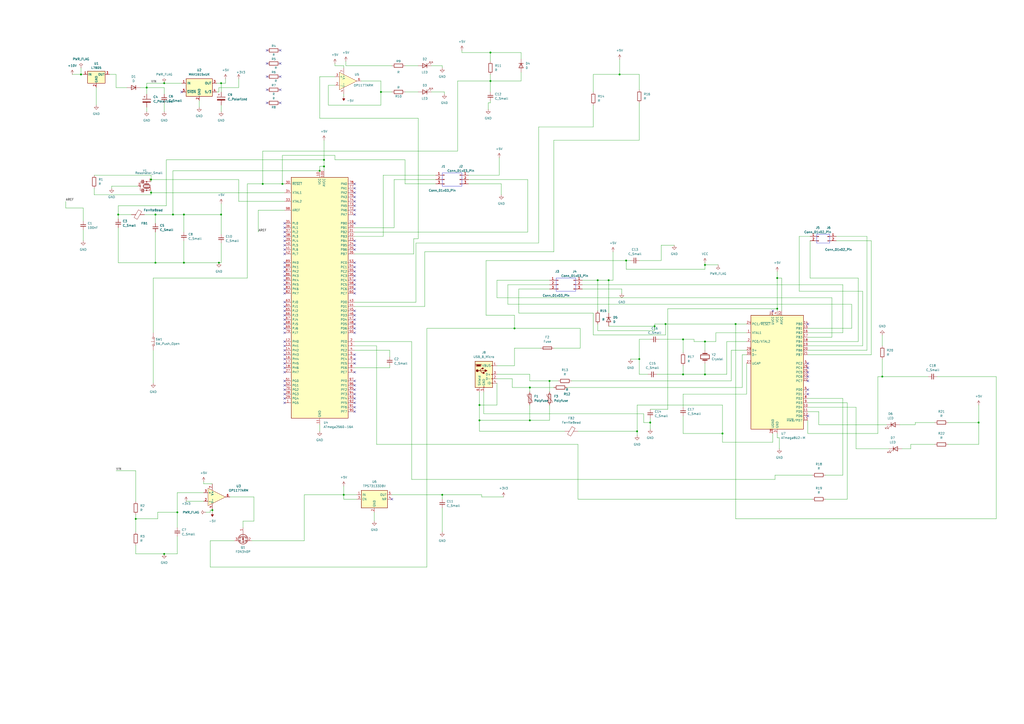
<source format=kicad_sch>
(kicad_sch (version 20231120) (generator "eeschema") (generator_version "8.0")
  (paper "A2")
  (title_block (title "ARDUINO MEGA2560") (date "2024-12-27") (company "JU IIC CENTER"))
  (lib_symbols
    (symbol "Amplifier_Operational:OP1177ARM" (pin_names (offset 0.127))
      (property "Reference" "U" (at 2.54 5.08 0))
      (property "Value" "OP1177ARM" (at 7.62 2.54 0))
      (symbol "OP1177ARM_1_1"
        (pin no_connect line (at -5.08 0 0) (length 3.81) hide (name "NC") (number "1"))
        (pin input line (at -7.62 -2.54 0) (length 2.54) (name "-") (number "2"))
        (pin input line (at -7.62 2.54 0) (length 2.54) (name "+") (number "3"))
        (pin power_in line (at -2.54 -7.62 90) (length 3.81) (name "V-") (number "4"))
        (pin no_connect line (at 0 -2.54 90) (length 3.81) hide (name "NC") (number "5"))
        (pin output line (at 7.62 0 180) (length 2.54) (name "~") (number "6"))
        (pin power_in line (at -2.54 7.62 270) (length 3.81) (name "V+") (number "7"))
        (pin no_connect line (at 0 2.54 270) (length 3.81) hide (name "NC") (number "8"))
      )
    )
    (symbol "Connector:Conn_01x02_Pin" (pin_names (offset 1.016) hide)
      (property "Reference" "J" (at 0 2.54 0))
      (property "Value" "Conn_01x02_Pin" (at 0 -5.08 0))
      (symbol "Conn_01x02_Pin_1_1"
        (pin passive line (at 5.08 0 180) (length 3.81) (name "Pin_1") (number "1"))
        (pin passive line (at 5.08 -2.54 180) (length 3.81) (name "Pin_2") (number "2"))
      )
    )
    (symbol "Connector:Conn_01x03_Pin" (pin_names (offset 1.016) hide)
      (property "Reference" "J" (at 0 5.08 0))
      (property "Value" "Conn_01x03_Pin" (at 0 -5.08 0))
      (symbol "Conn_01x03_Pin_1_1"
        (pin passive line (at 5.08 2.54 180) (length 3.81) (name "Pin_1") (number "1"))
        (pin passive line (at 5.08 0 180) (length 3.81) (name "Pin_2") (number "2"))
        (pin passive line (at 5.08 -2.54 180) (length 3.81) (name "Pin_3") (number "3"))
      )
    )
    (symbol "Connector:USB_B_Micro" (pin_names (offset 1.016))
      (property "Reference" "J" (at -5.08 11.43 0))
      (property "Value" "USB_B_Micro" (at -5.08 8.89 0))
      (symbol "USB_B_Micro_1_1"
        (pin power_out line (at 7.62 5.08 180) (length 2.54) (name "VBUS") (number "1"))
        (pin bidirectional line (at 7.62 -2.54 180) (length 2.54) (name "D-") (number "2"))
        (pin bidirectional line (at 7.62 0 180) (length 2.54) (name "D+") (number "3"))
        (pin passive line (at 7.62 -5.08 180) (length 2.54) (name "ID") (number "4"))
        (pin power_out line (at 0 -10.16 90) (length 2.54) (name "GND") (number "5"))
        (pin passive line (at -2.54 -10.16 90) (length 2.54) (name "Shield") (number "6"))
      )
    )
    (symbol "Device:C_Polarized" (pin_numbers hide) (pin_names (offset 0.254))
      (property "Reference" "C" (at 0.635 2.54 0))
      (property "Value" "C_Polarized" (at 0.635 -2.54 0))
      (symbol "C_Polarized_1_1"
        (pin passive line (at 0 3.81 270) (length 2.794) (name "~") (number "1"))
        (pin passive line (at 0 -3.81 90) (length 2.794) (name "~") (number "2"))
      )
    )
    (symbol "Device:C_Small" (pin_numbers hide) (pin_names (offset 0.254) hide)
      (property "Reference" "C" (at 0.254 1.778 0))
      (property "Value" "C_Small" (at 0.254 -2.032 0))
      (symbol "C_Small_1_1"
        (pin passive line (at 0 2.54 270) (length 2.032) (name "~") (number "1"))
        (pin passive line (at 0 -2.54 90) (length 2.032) (name "~") (number "2"))
      )
    )
    (symbol "Device:Crystal" (pin_numbers hide) (pin_names (offset 1.016) hide)
      (property "Reference" "Y" (at 0 3.81 0))
      (property "Value" "Crystal" (at 0 -3.81 0))
      (symbol "Crystal_1_1"
        (pin passive line (at -3.81 0 0) (length 1.27) (name "1") (number "1"))
        (pin passive line (at 3.81 0 180) (length 1.27) (name "2") (number "2"))
      )
    )
    (symbol "Device:D" (pin_numbers hide) (pin_names (offset 1.016) hide)
      (property "Reference" "D" (at 0 2.54 0))
      (property "Value" "D" (at 0 -2.54 0))
      (symbol "D_1_1"
        (pin passive line (at -3.81 0 0) (length 2.54) (name "K") (number "1"))
        (pin passive line (at 3.81 0 180) (length 2.54) (name "A") (number "2"))
      )
    )
    (symbol "Device:FerriteBead" (pin_numbers hide) (pin_names (offset 0))
      (property "Reference" "FB" (at -3.81 0.635 90))
      (property "Value" "FerriteBead" (at 3.81 0 90))
      (symbol "FerriteBead_1_1"
        (pin passive line (at 0 3.81 270) (length 2.54) (name "~") (number "1"))
        (pin passive line (at 0 -3.81 90) (length 2.54) (name "~") (number "2"))
      )
    )
    (symbol "Device:Fuse" (pin_numbers hide) (pin_names (offset 0))
      (property "Reference" "F" (at 2.032 0 90))
      (property "Value" "Fuse" (at -1.905 0 90))
      (symbol "Fuse_1_1"
        (pin passive line (at 0 3.81 270) (length 1.27) (name "~") (number "1"))
        (pin passive line (at 0 -3.81 90) (length 1.27) (name "~") (number "2"))
      )
    )
    (symbol "Device:LED" (pin_numbers hide) (pin_names (offset 1.016) hide)
      (property "Reference" "D" (at 0 2.54 0))
      (property "Value" "LED" (at 0 -2.54 0))
      (symbol "LED_1_1"
        (pin passive line (at -3.81 0 0) (length 2.54) (name "K") (number "1"))
        (pin passive line (at 3.81 0 180) (length 2.54) (name "A") (number "2"))
      )
    )
    (symbol "Device:Polyfuse" (pin_numbers hide) (pin_names (offset 0))
      (property "Reference" "F" (at -2.54 0 90))
      (property "Value" "Polyfuse" (at 2.54 0 90))
      (symbol "Polyfuse_1_1"
        (pin passive line (at 0 3.81 270) (length 1.27) (name "~") (number "1"))
        (pin passive line (at 0 -3.81 90) (length 1.27) (name "~") (number "2"))
      )
    )
    (symbol "Device:R" (pin_numbers hide) (pin_names (offset 0))
      (property "Reference" "R" (at 2.032 0 90))
      (property "Value" "R" (at 0 0 90))
      (symbol "R_1_1"
        (pin passive line (at 0 3.81 270) (length 1.27) (name "~") (number "1"))
        (pin passive line (at 0 -3.81 90) (length 1.27) (name "~") (number "2"))
      )
    )
    (symbol "Device:Resonator_Small" (pin_names (offset 1.016) hide)
      (property "Reference" "Y" (at 3.175 1.905 0))
      (property "Value" "Resonator_Small" (at 3.175 0 0))
      (symbol "Resonator_Small_1_1"
        (pin passive line (at -2.54 2.54 270) (length 1.27) (name "1") (number "1"))
        (pin passive line (at 0 -5.08 90) (length 1.27) (name "2") (number "2"))
        (pin passive line (at 2.54 2.54 270) (length 1.27) (name "3") (number "3"))
      )
    )
    (symbol "MCU_Microchip_ATmega:ATmega2560-16A"
      (property "Reference" "U" (at 0 1.27 0))
      (property "Value" "ATmega2560-16A" (at 0 -1.27 0))
      (symbol "ATmega2560-16A_1_1"
        (pin bidirectional line (at -20.32 -60.96 0) (length 3.81) (name "PG5") (number "1"))
        (pin power_in line (at 0 73.66 270) (length 3.81) (name "VCC") (number "10"))
        (pin power_in line (at 2.54 73.66 270) (length 3.81) (name "AVCC") (number "100"))
        (pin power_in line (at 0 -73.66 90) (length 3.81) (name "GND") (number "11"))
        (pin bidirectional line (at -20.32 -25.4 0) (length 3.81) (name "PH0") (number "12"))
        (pin bidirectional line (at -20.32 -27.94 0) (length 3.81) (name "PH1") (number "13"))
        (pin bidirectional line (at -20.32 -30.48 0) (length 3.81) (name "PH2") (number "14"))
        (pin bidirectional line (at -20.32 -33.02 0) (length 3.81) (name "PH3") (number "15"))
        (pin bidirectional line (at -20.32 -35.56 0) (length 3.81) (name "PH4") (number "16"))
        (pin bidirectional line (at -20.32 -38.1 0) (length 3.81) (name "PH5") (number "17"))
        (pin bidirectional line (at -20.32 -40.64 0) (length 3.81) (name "PH6") (number "18"))
        (pin bidirectional line (at 20.32 43.18 180) (length 3.81) (name "PB0") (number "19"))
        (pin bidirectional line (at 20.32 -25.4 180) (length 3.81) (name "PE0") (number "2"))
        (pin bidirectional line (at 20.32 40.64 180) (length 3.81) (name "PB1") (number "20"))
        (pin bidirectional line (at 20.32 38.1 180) (length 3.81) (name "PB2") (number "21"))
        (pin bidirectional line (at 20.32 35.56 180) (length 3.81) (name "PB3") (number "22"))
        (pin bidirectional line (at 20.32 33.02 180) (length 3.81) (name "PB4") (number "23"))
        (pin bidirectional line (at 20.32 30.48 180) (length 3.81) (name "PB5") (number "24"))
        (pin bidirectional line (at 20.32 27.94 180) (length 3.81) (name "PB6") (number "25"))
        (pin bidirectional line (at 20.32 25.4 180) (length 3.81) (name "PB7") (number "26"))
        (pin bidirectional line (at -20.32 -43.18 0) (length 3.81) (name "PH7") (number "27"))
        (pin bidirectional line (at -20.32 -55.88 0) (length 3.81) (name "PG3") (number "28"))
        (pin bidirectional line (at -20.32 -58.42 0) (length 3.81) (name "PG4") (number "29"))
        (pin bidirectional line (at 20.32 -27.94 180) (length 3.81) (name "PE1") (number "3"))
        (pin input line (at -20.32 66.04 0) (length 3.81) (name "~{RESET}") (number "30"))
        (pin passive line (at 0 73.66 270) (length 3.81) hide (name "VCC") (number "31"))
        (pin passive line (at 0 -73.66 90) (length 3.81) hide (name "GND") (number "32"))
        (pin output line (at -20.32 55.88 0) (length 3.81) (name "XTAL2") (number "33"))
        (pin input line (at -20.32 60.96 0) (length 3.81) (name "XTAL1") (number "34"))
        (pin bidirectional line (at -20.32 43.18 0) (length 3.81) (name "PL0") (number "35"))
        (pin bidirectional line (at -20.32 40.64 0) (length 3.81) (name "PL1") (number "36"))
        (pin bidirectional line (at -20.32 38.1 0) (length 3.81) (name "PL2") (number "37"))
        (pin bidirectional line (at -20.32 35.56 0) (length 3.81) (name "PL3") (number "38"))
        (pin bidirectional line (at -20.32 33.02 0) (length 3.81) (name "PL4") (number "39"))
        (pin bidirectional line (at 20.32 -30.48 180) (length 3.81) (name "PE2") (number "4"))
        (pin bidirectional line (at -20.32 30.48 0) (length 3.81) (name "PL5") (number "40"))
        (pin bidirectional line (at -20.32 27.94 0) (length 3.81) (name "PL6") (number "41"))
        (pin bidirectional line (at -20.32 25.4 0) (length 3.81) (name "PL7") (number "42"))
        (pin bidirectional line (at 20.32 -2.54 180) (length 3.81) (name "PD0") (number "43"))
        (pin bidirectional line (at 20.32 -5.08 180) (length 3.81) (name "PD1") (number "44"))
        (pin bidirectional line (at 20.32 -7.62 180) (length 3.81) (name "PD2") (number "45"))
        (pin bidirectional line (at 20.32 -10.16 180) (length 3.81) (name "PD3") (number "46"))
        (pin bidirectional line (at 20.32 -12.7 180) (length 3.81) (name "PD4") (number "47"))
        (pin bidirectional line (at 20.32 -15.24 180) (length 3.81) (name "PD5") (number "48"))
        (pin bidirectional line (at 20.32 -17.78 180) (length 3.81) (name "PD6") (number "49"))
        (pin bidirectional line (at 20.32 -33.02 180) (length 3.81) (name "PE3") (number "5"))
        (pin bidirectional line (at 20.32 -20.32 180) (length 3.81) (name "PD7") (number "50"))
        (pin bidirectional line (at -20.32 -48.26 0) (length 3.81) (name "PG0") (number "51"))
        (pin bidirectional line (at -20.32 -50.8 0) (length 3.81) (name "PG1") (number "52"))
        (pin bidirectional line (at 20.32 20.32 180) (length 3.81) (name "PC0") (number "53"))
        (pin bidirectional line (at 20.32 17.78 180) (length 3.81) (name "PC1") (number "54"))
        (pin bidirectional line (at 20.32 15.24 180) (length 3.81) (name "PC2") (number "55"))
        (pin bidirectional line (at 20.32 12.7 180) (length 3.81) (name "PC3") (number "56"))
        (pin bidirectional line (at 20.32 10.16 180) (length 3.81) (name "PC4") (number "57"))
        (pin bidirectional line (at 20.32 7.62 180) (length 3.81) (name "PC5") (number "58"))
        (pin bidirectional line (at 20.32 5.08 180) (length 3.81) (name "PC6") (number "59"))
        (pin bidirectional line (at 20.32 -35.56 180) (length 3.81) (name "PE4") (number "6"))
        (pin bidirectional line (at 20.32 2.54 180) (length 3.81) (name "PC7") (number "60"))
        (pin passive line (at 0 73.66 270) (length 3.81) hide (name "VCC") (number "61"))
        (pin passive line (at 0 -73.66 90) (length 3.81) hide (name "GND") (number "62"))
        (pin bidirectional line (at -20.32 -2.54 0) (length 3.81) (name "PJ0") (number "63"))
        (pin bidirectional line (at -20.32 -5.08 0) (length 3.81) (name "PJ1") (number "64"))
        (pin bidirectional line (at -20.32 -7.62 0) (length 3.81) (name "PJ2") (number "65"))
        (pin bidirectional line (at -20.32 -10.16 0) (length 3.81) (name "PJ3") (number "66"))
        (pin bidirectional line (at -20.32 -12.7 0) (length 3.81) (name "PJ4") (number "67"))
        (pin bidirectional line (at -20.32 -15.24 0) (length 3.81) (name "PJ5") (number "68"))
        (pin bidirectional line (at -20.32 -17.78 0) (length 3.81) (name "PJ6") (number "69"))
        (pin bidirectional line (at 20.32 -38.1 180) (length 3.81) (name "PE5") (number "7"))
        (pin bidirectional line (at -20.32 -53.34 0) (length 3.81) (name "PG2") (number "70"))
        (pin bidirectional line (at 20.32 48.26 180) (length 3.81) (name "PA7") (number "71"))
        (pin bidirectional line (at 20.32 50.8 180) (length 3.81) (name "PA6") (number "72"))
        (pin bidirectional line (at 20.32 53.34 180) (length 3.81) (name "PA5") (number "73"))
        (pin bidirectional line (at 20.32 55.88 180) (length 3.81) (name "PA4") (number "74"))
        (pin bidirectional line (at 20.32 58.42 180) (length 3.81) (name "PA3") (number "75"))
        (pin bidirectional line (at 20.32 60.96 180) (length 3.81) (name "PA2") (number "76"))
        (pin bidirectional line (at 20.32 63.5 180) (length 3.81) (name "PA1") (number "77"))
        (pin bidirectional line (at 20.32 66.04 180) (length 3.81) (name "PA0") (number "78"))
        (pin bidirectional line (at -20.32 -20.32 0) (length 3.81) (name "PJ7") (number "79"))
        (pin bidirectional line (at 20.32 -40.64 180) (length 3.81) (name "PE6") (number "8"))
        (pin passive line (at 0 73.66 270) (length 3.81) hide (name "VCC") (number "80"))
        (pin passive line (at 0 -73.66 90) (length 3.81) hide (name "GND") (number "81"))
        (pin bidirectional line (at -20.32 2.54 0) (length 3.81) (name "PK7") (number "82"))
        (pin bidirectional line (at -20.32 5.08 0) (length 3.81) (name "PK6") (number "83"))
        (pin bidirectional line (at -20.32 7.62 0) (length 3.81) (name "PK5") (number "84"))
        (pin bidirectional line (at -20.32 10.16 0) (length 3.81) (name "PK4") (number "85"))
        (pin bidirectional line (at -20.32 12.7 0) (length 3.81) (name "PK3") (number "86"))
        (pin bidirectional line (at -20.32 15.24 0) (length 3.81) (name "PK2") (number "87"))
        (pin bidirectional line (at -20.32 17.78 0) (length 3.81) (name "PK1") (number "88"))
        (pin bidirectional line (at -20.32 20.32 0) (length 3.81) (name "PK0") (number "89"))
        (pin bidirectional line (at 20.32 -43.18 180) (length 3.81) (name "PE7") (number "9"))
        (pin bidirectional line (at 20.32 -66.04 180) (length 3.81) (name "PF7") (number "90"))
        (pin bidirectional line (at 20.32 -63.5 180) (length 3.81) (name "PF6") (number "91"))
        (pin bidirectional line (at 20.32 -60.96 180) (length 3.81) (name "PF5") (number "92"))
        (pin bidirectional line (at 20.32 -58.42 180) (length 3.81) (name "PF4") (number "93"))
        (pin bidirectional line (at 20.32 -55.88 180) (length 3.81) (name "PF3") (number "94"))
        (pin bidirectional line (at 20.32 -53.34 180) (length 3.81) (name "PF2") (number "95"))
        (pin bidirectional line (at 20.32 -50.8 180) (length 3.81) (name "PF1") (number "96"))
        (pin bidirectional line (at 20.32 -48.26 180) (length 3.81) (name "PF0") (number "97"))
        (pin passive line (at -20.32 50.8 0) (length 3.81) (name "AREF") (number "98"))
        (pin passive line (at 0 -73.66 90) (length 3.81) hide (name "GND") (number "99"))
      )
    )
    (symbol "MCU_Microchip_ATmega:ATmega8U2-M"
      (property "Reference" "U" (at -15.24 34.29 0))
      (property "Value" "ATmega8U2-M" (at 2.54 -34.29 0))
      (symbol "ATmega8U2-M_1_1"
        (pin input line (at -17.78 22.86 0) (length 2.54) (name "XTAL1") (number "1"))
        (pin bidirectional line (at 17.78 -20.32 180) (length 2.54) (name "PD4") (number "10"))
        (pin bidirectional line (at 17.78 -22.86 180) (length 2.54) (name "PD5") (number "11"))
        (pin bidirectional line (at 17.78 -25.4 180) (length 2.54) (name "PD6") (number "12"))
        (pin bidirectional line (at 17.78 -27.94 180) (length 2.54) (name "~{HWB}/PD7") (number "13"))
        (pin bidirectional line (at 17.78 27.94 180) (length 2.54) (name "PB0") (number "14"))
        (pin bidirectional line (at 17.78 25.4 180) (length 2.54) (name "PB1") (number "15"))
        (pin bidirectional line (at 17.78 22.86 180) (length 2.54) (name "PB2") (number "16"))
        (pin bidirectional line (at 17.78 20.32 180) (length 2.54) (name "PB3") (number "17"))
        (pin bidirectional line (at 17.78 17.78 180) (length 2.54) (name "PB4") (number "18"))
        (pin bidirectional line (at 17.78 15.24 180) (length 2.54) (name "PB5") (number "19"))
        (pin bidirectional line (at -17.78 17.78 0) (length 2.54) (name "PC0/XTAL2") (number "2"))
        (pin bidirectional line (at 17.78 12.7 180) (length 2.54) (name "PB6") (number "20"))
        (pin bidirectional line (at 17.78 10.16 180) (length 2.54) (name "PB7") (number "21"))
        (pin bidirectional line (at 17.78 -5.08 180) (length 2.54) (name "PC7") (number "22"))
        (pin bidirectional line (at 17.78 -2.54 180) (length 2.54) (name "PC6") (number "23"))
        (pin bidirectional line (at -17.78 27.94 0) (length 2.54) (name "PC1/~{RESET}") (number "24"))
        (pin bidirectional line (at 17.78 0 180) (length 2.54) (name "PC5") (number "25"))
        (pin bidirectional line (at 17.78 2.54 180) (length 2.54) (name "PC4") (number "26"))
        (pin passive line (at -17.78 5.08 0) (length 2.54) (name "UCAP") (number "27"))
        (pin power_in line (at -2.54 -35.56 90) (length 2.54) (name "UGND") (number "28"))
        (pin bidirectional line (at -17.78 12.7 0) (length 2.54) (name "D+") (number "29"))
        (pin power_in line (at 0 -35.56 90) (length 2.54) (name "GND") (number "3"))
        (pin bidirectional line (at -17.78 10.16 0) (length 2.54) (name "D-") (number "30"))
        (pin power_in line (at -2.54 35.56 270) (length 2.54) (name "UVCC") (number "31"))
        (pin power_in line (at 2.54 35.56 270) (length 2.54) (name "AVCC") (number "32"))
        (pin passive line (at 0 -35.56 90) (length 2.54) hide (name "GND") (number "33"))
        (pin power_in line (at 0 35.56 270) (length 2.54) (name "VCC") (number "4"))
        (pin bidirectional line (at 17.78 5.08 180) (length 2.54) (name "PC2") (number "5"))
        (pin bidirectional line (at 17.78 -10.16 180) (length 2.54) (name "PD0") (number "6"))
        (pin bidirectional line (at 17.78 -12.7 180) (length 2.54) (name "PD1") (number "7"))
        (pin bidirectional line (at 17.78 -15.24 180) (length 2.54) (name "PD2") (number "8"))
        (pin bidirectional line (at 17.78 -17.78 180) (length 2.54) (name "PD3") (number "9"))
      )
    )
    (symbol "Regulator_Linear:L7805" (pin_names (offset 0.254))
      (property "Reference" "U" (at -3.81 3.175 0))
      (property "Value" "L7805" (at 0 3.175 0))
      (symbol "L7805_1_1"
        (pin power_in line (at -7.62 0 0) (length 2.54) (name "IN") (number "1"))
        (pin power_in line (at 0 -7.62 90) (length 2.54) (name "GND") (number "2"))
        (pin power_out line (at 7.62 0 180) (length 2.54) (name "OUT") (number "3"))
      )
    )
    (symbol "Regulator_Linear:MAX1615xUK"
      (property "Reference" "U" (at -6.35 6.35 0))
      (property "Value" "MAX1615xUK" (at 2.54 6.35 0))
      (symbol "MAX1615xUK_1_1"
        (pin power_in line (at -10.16 2.54 0) (length 2.54) (name "IN") (number "1"))
        (pin power_in line (at 0 -7.62 90) (length 2.54) (name "GND") (number "2"))
        (pin power_out line (at 10.16 2.54 180) (length 2.54) (name "OUT") (number "3"))
        (pin input line (at 10.16 -2.54 180) (length 2.54) (name "5/~{3}") (number "4"))
        (pin input line (at -10.16 -2.54 0) (length 2.54) (name "~{SHDN}") (number "5"))
      )
    )
    (symbol "Regulator_Linear:TPS73133DBV"
      (property "Reference" "U" (at -6.35 6.35 0))
      (property "Value" "TPS73133DBV" (at 1.27 6.35 0))
      (symbol "TPS73133DBV_1_1"
        (pin power_in line (at -10.16 2.54 0) (length 2.54) (name "IN") (number "1"))
        (pin power_in line (at 0 -7.62 90) (length 2.54) (name "GND") (number "2"))
        (pin input line (at -10.16 0 0) (length 2.54) (name "EN") (number "3"))
        (pin passive line (at 10.16 0 180) (length 2.54) (name "NR") (number "4"))
        (pin power_out line (at 10.16 2.54 180) (length 2.54) (name "OUT") (number "5"))
      )
    )
    (symbol "Switch:SW_Push_Open" (pin_numbers hide) (pin_names (offset 1.016) hide)
      (property "Reference" "SW" (at 0 2.54 0))
      (property "Value" "SW_Push_Open" (at 0 -1.905 0))
      (symbol "SW_Push_Open_0_1"
        (pin passive line (at -5.08 0 0) (length 2.54) (name "A") (number "1"))
      )
      (symbol "SW_Push_Open_1_1"
        (pin passive line (at 5.08 0 180) (length 2.54) (name "B") (number "2"))
      )
    )
    (symbol "Transistor_FET:FDN340P" (pin_names hide)
      (property "Reference" "Q" (at 5.08 1.905 0))
      (property "Value" "FDN340P" (at 5.08 0 0))
      (symbol "FDN340P_1_1"
        (pin input line (at -5.08 0 0) (length 2.54) (name "G") (number "1"))
        (pin passive line (at 2.54 -5.08 90) (length 2.54) (name "S") (number "2"))
        (pin passive line (at 2.54 5.08 270) (length 2.54) (name "D") (number "3"))
      )
    )
    (symbol "power:+3V3" (power) (pin_numbers hide) (pin_names (offset 0) hide)
      (property "Value" "+3V3" (at 0 3.556 0))
      (symbol "+3V3_1_1"
        (pin power_in line (at 0 0 90) (length 0) (name "~") (number "1"))
      )
    )
    (symbol "power:+5V" (power) (pin_numbers hide) (pin_names (offset 0) hide)
      (property "Value" "+5V" (at 0 3.556 0))
      (symbol "+5V_1_1"
        (pin power_in line (at 0 0 90) (length 0) (name "~") (number "1"))
      )
    )
    (symbol "power:+7.5V" (power) (pin_numbers hide) (pin_names (offset 0) hide)
      (property "Value" "+7.5V" (at 0 3.556 0))
      (symbol "+7.5V_1_1"
        (pin power_in line (at 0 0 90) (length 0) (name "~") (number "1"))
      )
    )
    (symbol "power:-8V" (power) (pin_numbers hide) (pin_names (offset 0) hide)
      (property "Value" "-8V" (at 0 3.556 0))
      (symbol "-8V_0_0"
        (pin power_in line (at 0 0 90) (length 0) (name "~") (number "1"))
      )
    )
    (symbol "power:GND" (power) (pin_numbers hide) (pin_names (offset 0) hide)
      (property "Value" "GND" (at 0 -3.81 0))
      (symbol "GND_1_1"
        (pin power_in line (at 0 0 270) (length 0) (name "~") (number "1"))
      )
    )
    (symbol "power:PWR_FLAG" (power) (pin_numbers hide) (pin_names (offset 0) hide)
      (property "Value" "PWR_FLAG" (at 0 3.81 0))
      (symbol "PWR_FLAG_0_0"
        (pin power_out line (at 0 0 90) (length 0) (name "~") (number "1"))
      )
    )
    (symbol "power:VCC" (power) (pin_numbers hide) (pin_names (offset 0) hide)
      (property "Value" "VCC" (at 0 3.556 0))
      (symbol "VCC_1_1"
        (pin power_in line (at 0 0 90) (length 0) (name "~") (number "1"))
      )
    )
  )
  (junction (at 128.27 48.26))
  (junction (at 377.19 245.11))
  (junction (at 307.34 243.84))
  (junction (at 278.13 234.95))
  (junction (at 187.96 96.52))
  (junction (at 408.94 153.67))
  (junction (at 511.81 218.44))
  (junction (at 408.94 198.12))
  (junction (at 450.85 161.29))
  (junction (at 318.77 220.98))
  (junction (at 95.25 321.31))
  (junction (at 369.57 250.19))
  (junction (at 85.09 50.8))
  (junction (at 100.33 124.46))
  (junction (at 307.34 224.79))
  (junction (at 408.94 217.17))
  (junction (at 87.63 111.76))
  (junction (at 90.17 152.4))
  (junction (at 46.99 43.18))
  (junction (at 386.08 187.96))
  (junction (at 567.69 245.11))
  (junction (at 90.17 124.46))
  (junction (at 298.45 190.5))
  (junction (at 185.42 99.06))
  (junction (at 419.1 251.46))
  (junction (at 87.63 104.14))
  (junction (at 163.83 106.68))
  (junction (at 284.48 46.99))
  (junction (at 187.96 92.71))
  (junction (at 353.06 162.56))
  (junction (at 127 152.4))
  (junction (at 102.87 297.18))
  (junction (at 68.58 124.46))
  (junction (at 128.27 124.46))
  (junction (at 346.71 162.56))
  (junction (at 199.39 287.02))
  (junction (at 95.25 48.26))
  (junction (at 396.24 196.85))
  (junction (at 220.98 53.34))
  (junction (at 284.48 30.48))
  (junction (at 359.41 43.18))
  (junction (at 152.4 106.68))
  (junction (at 379.73 189.23))
  (junction (at 450.85 179.07))
  (junction (at 106.68 152.4))
  (junction (at 106.68 124.46))
  (junction (at 78.74 300.99))
  (junction (at 123.19 295.91))
  (junction (at 256.54 287.02))
  (junction (at 426.72 187.96))
  (junction (at 363.22 151.13))
  (junction (at 278.13 243.84))
  (junction (at 370.84 208.28))
  (junction (at 396.24 217.17))
  (no_connect (at 165.1 180.34))
  (no_connect (at 165.1 147.32))
  (no_connect (at 205.74 119.38))
  (no_connect (at 165.1 162.56))
  (no_connect (at 205.74 152.4))
  (no_connect (at 165.1 208.28))
  (no_connect (at 165.1 160.02))
  (no_connect (at 162.56 59.69))
  (no_connect (at 165.1 167.64))
  (no_connect (at 165.1 233.68))
  (no_connect (at 154.94 44.45))
  (no_connect (at 205.74 154.94))
  (no_connect (at 468.63 228.6))
  (no_connect (at 205.74 114.3))
  (no_connect (at 165.1 182.88))
  (no_connect (at 165.1 200.66))
  (no_connect (at 165.1 203.2))
  (no_connect (at 162.56 36.83))
  (no_connect (at 205.74 185.42))
  (no_connect (at 468.63 213.36))
  (no_connect (at 448.31 180.34))
  (no_connect (at 205.74 215.9))
  (no_connect (at 205.74 236.22))
  (no_connect (at 165.1 223.52))
  (no_connect (at 205.74 223.52))
  (no_connect (at 165.1 154.94))
  (no_connect (at 165.1 139.7))
  (no_connect (at 165.1 198.12))
  (no_connect (at 205.74 157.48))
  (no_connect (at 165.1 175.26))
  (no_connect (at 165.1 205.74))
  (no_connect (at 205.74 124.46))
  (no_connect (at 165.1 226.06))
  (no_connect (at 165.1 231.14))
  (no_connect (at 165.1 144.78))
  (no_connect (at 205.74 228.6))
  (no_connect (at 205.74 162.56))
  (no_connect (at 468.63 226.06))
  (no_connect (at 165.1 228.6))
  (no_connect (at 165.1 220.98))
  (no_connect (at 205.74 205.74))
  (no_connect (at 165.1 129.54))
  (no_connect (at 205.74 109.22))
  (no_connect (at 205.74 170.18))
  (no_connect (at 154.94 29.21))
  (no_connect (at 165.1 170.18))
  (no_connect (at 165.1 215.9))
  (no_connect (at 205.74 208.28))
  (no_connect (at 205.74 231.14))
  (no_connect (at 205.74 238.76))
  (no_connect (at 154.94 52.07))
  (no_connect (at 165.1 177.8))
  (no_connect (at 205.74 180.34))
  (no_connect (at 105.41 53.34))
  (no_connect (at 165.1 137.16))
  (no_connect (at 165.1 134.62))
  (no_connect (at 205.74 106.68))
  (no_connect (at 468.63 241.3))
  (no_connect (at 205.74 116.84))
  (no_connect (at 162.56 44.45))
  (no_connect (at 162.56 52.07))
  (no_connect (at 165.1 210.82))
  (no_connect (at 165.1 152.4))
  (no_connect (at 165.1 193.04))
  (no_connect (at 205.74 165.1))
  (no_connect (at 205.74 187.96))
  (no_connect (at 205.74 129.54))
  (no_connect (at 165.1 187.96))
  (no_connect (at 205.74 142.24))
  (no_connect (at 468.63 218.44))
  (no_connect (at 165.1 213.36))
  (no_connect (at 205.74 193.04))
  (no_connect (at 227.33 289.56))
  (no_connect (at 165.1 165.1))
  (no_connect (at 205.74 121.92))
  (no_connect (at 468.63 215.9))
  (no_connect (at 205.74 210.82))
  (no_connect (at 154.94 36.83))
  (no_connect (at 165.1 132.08))
  (no_connect (at 205.74 160.02))
  (no_connect (at 205.74 111.76))
  (no_connect (at 165.1 142.24))
  (no_connect (at 468.63 210.82))
  (no_connect (at 165.1 185.42))
  (no_connect (at 154.94 59.69))
  (no_connect (at 205.74 144.78))
  (no_connect (at 165.1 190.5))
  (no_connect (at 205.74 139.7))
  (no_connect (at 205.74 226.06))
  (no_connect (at 205.74 233.68))
  (no_connect (at 165.1 157.48))
  (no_connect (at 205.74 220.98))
  (no_connect (at 205.74 182.88))
  (no_connect (at 162.56 29.21))
  (no_connect (at 205.74 190.5))
  (no_connect (at 468.63 220.98))
  (no_connect (at 468.63 187.96))
  (no_connect (at 205.74 167.64))
  (wire (pts (xy 87.63 104.14) (xy 87.63 105.41)))
  (wire (pts (xy 396.24 241.3) (xy 396.24 251.46)))
  (wire (pts (xy 337.82 162.56) (xy 346.71 162.56)))
  (wire (pts (xy 222.25 137.16) (xy 205.74 137.16)))
  (wire (pts (xy 185.42 96.52) (xy 185.42 99.06)))
  (wire (pts (xy 83.82 124.46) (xy 90.17 124.46)))
  (wire (pts (xy 63.5 43.18) (xy 67.31 43.18)))
  (wire (pts (xy 468.63 243.84) (xy 468.63 251.46)))
  (wire (pts (xy 194.31 49.53) (xy 190.5 49.53)))
  (wire (pts (xy 217.17 297.18) (xy 217.17 302.26)))
  (wire (pts (xy 370.84 217.17) (xy 375.92 217.17)))
  (wire (pts (xy 152.4 87.63) (xy 152.4 106.68)))
  (wire (pts (xy 344.17 43.18) (xy 359.41 43.18)))
  (wire (pts (xy 382.27 196.85) (xy 396.24 196.85)))
  (wire (pts (xy 127 53.34) (xy 127 50.8)))
  (wire (pts (xy 95.25 50.8) (xy 85.09 50.8)))
  (wire (pts (xy 567.69 245.11) (xy 567.69 257.81)))
  (wire (pts (xy 511.81 218.44) (xy 538.48 218.44)))
  (wire (pts (xy 379.73 191.77) (xy 379.73 189.23)))
  (wire (pts (xy 396.24 251.46) (xy 419.1 251.46)))
  (wire (pts (xy 318.77 220.98) (xy 318.77 227.33)))
  (wire (pts (xy 567.69 234.95) (xy 567.69 245.11)))
  (wire (pts (xy 252.73 106.68) (xy 234.95 106.68)))
  (wire (pts (xy 505.46 205.74) (xy 468.63 205.74)))
  (wire (pts (xy 344.17 60.96) (xy 344.17 73.66)))
  (wire (pts (xy 90.17 152.4) (xy 106.68 152.4)))
  (wire (pts (xy 288.29 172.72) (xy 482.6 172.72)))
  (wire (pts (xy 106.68 139.7) (xy 106.68 152.4)))
  (wire (pts (xy 102.87 321.31) (xy 95.25 321.31)))
  (wire (pts (xy 383.54 142.24) (xy 383.54 151.13)))
  (wire (pts (xy 396.24 204.47) (xy 396.24 196.85)))
  (wire (pts (xy 100.33 99.06) (xy 100.33 124.46)))
  (wire (pts (xy 396.24 217.17) (xy 408.94 217.17)))
  (wire (pts (xy 337.82 167.64) (xy 360.68 167.64)))
  (wire (pts (xy 433.07 228.6) (xy 396.24 228.6)))
  (wire (pts (xy 468.63 203.2) (xy 502.92 203.2)))
  (wire (pts (xy 85.09 50.8) (xy 85.09 54.61)))
  (wire (pts (xy 267.97 29.21) (xy 267.97 30.48)))
  (wire (pts (xy 448.31 256.54) (xy 448.31 251.46)))
  (wire (pts (xy 346.71 187.96) (xy 346.71 191.77)))
  (wire (pts (xy 496.57 260.35) (xy 496.57 236.22)))
  (wire (pts (xy 128.27 48.26) (xy 128.27 53.34)))
  (wire (pts (xy 81.28 50.8) (xy 85.09 50.8)))
  (wire (pts (xy 163.83 106.68) (xy 165.1 106.68)))
  (wire (pts (xy 234.95 53.34) (xy 242.57 53.34)))
  (wire (pts (xy 469.9 137.16) (xy 463.55 137.16)))
  (wire (pts (xy 497.84 198.12) (xy 468.63 198.12)))
  (wire (pts (xy 199.39 39.37) (xy 199.39 38.1)))
  (wire (pts (xy 88.9 203.2) (xy 88.9 222.25)))
  (wire (pts (xy 312.42 73.66) (xy 312.42 140.97)))
  (wire (pts (xy 294.64 165.1) (xy 294.64 176.53)))
  (wire (pts (xy 497.84 161.29) (xy 497.84 198.12)))
  (wire (pts (xy 297.18 224.79) (xy 307.34 224.79)))
  (wire (pts (xy 68.58 127) (xy 68.58 124.46)))
  (wire (pts (xy 408.94 198.12) (xy 408.94 203.2)))
  (wire (pts (xy 421.64 217.17) (xy 408.94 217.17)))
  (wire (pts (xy 509.27 251.46) (xy 509.27 218.44)))
  (wire (pts (xy 256.54 287.02) (xy 256.54 289.56)))
  (wire (pts (xy 452.12 254) (xy 450.85 254)))
  (wire (pts (xy 528.32 257.81) (xy 528.32 260.35)))
  (wire (pts (xy 87.63 101.6) (xy 87.63 104.14)))
  (wire (pts (xy 91.44 297.18) (xy 91.44 300.99)))
  (wire (pts (xy 300.99 167.64) (xy 300.99 181.61)))
  (wire (pts (xy 346.71 162.56) (xy 346.71 180.34)))
  (wire (pts (xy 408.94 153.67) (xy 416.56 153.67)))
  (wire (pts (xy 278.13 243.84) (xy 307.34 243.84)))
  (wire (pts (xy 226.06 212.09) (xy 226.06 213.36)))
  (wire (pts (xy 278.13 243.84) (xy 278.13 250.19)))
  (wire (pts (xy 185.42 99.06) (xy 100.33 99.06)))
  (wire (pts (xy 241.3 140.97) (xy 241.3 175.26)))
  (wire (pts (xy 307.34 224.79) (xy 307.34 227.33)))
  (wire (pts (xy 283.21 59.69) (xy 283.21 63.5)))
  (wire (pts (xy 199.39 289.56) (xy 199.39 287.02)))
  (wire (pts (xy 381 217.17) (xy 396.24 217.17)))
  (wire (pts (xy 207.01 289.56) (xy 199.39 289.56)))
  (wire (pts (xy 509.27 218.44) (xy 511.81 218.44)))
  (wire (pts (xy 128.27 60.96) (xy 128.27 64.77)))
  (wire (pts (xy 402.59 198.12) (xy 402.59 196.85)))
  (wire (pts (xy 41.91 43.18) (xy 46.99 43.18)))
  (wire (pts (xy 370.84 59.69) (xy 370.84 81.28)))
  (wire (pts (xy 190.5 49.53) (xy 190.5 60.96)))
  (wire (pts (xy 138.43 116.84) (xy 138.43 104.14)))
  (wire (pts (xy 234.95 92.71) (xy 194.31 92.71)))
  (wire (pts (xy 118.11 280.67) (xy 118.11 279.4)))
  (wire (pts (xy 78.74 321.31) (xy 95.25 321.31)))
  (wire (pts (xy 123.19 280.67) (xy 118.11 280.67)))
  (wire (pts (xy 292.1 288.29) (xy 279.4 288.29)))
  (wire (pts (xy 344.17 53.34) (xy 344.17 43.18)))
  (wire (pts (xy 246.38 146.05) (xy 246.38 177.8)))
  (wire (pts (xy 78.74 316.23) (xy 78.74 321.31)))
  (wire (pts (xy 64.77 107.95) (xy 64.77 109.22)))
  (wire (pts (xy 265.43 46.99) (xy 284.48 46.99)))
  (wire (pts (xy 471.17 275.59) (xy 449.58 275.59)))
  (wire (pts (xy 379.73 189.23) (xy 379.73 187.96)))
  (wire (pts (xy 128.27 140.97) (xy 128.27 152.4)))
  (wire (pts (xy 222.25 101.6) (xy 252.73 101.6)))
  (wire (pts (xy 91.44 300.99) (xy 78.74 300.99)))
  (wire (pts (xy 209.55 46.99) (xy 220.98 46.99)))
  (wire (pts (xy 252.73 104.14) (xy 228.6 104.14)))
  (wire (pts (xy 121.92 313.69) (xy 135.89 313.69)))
  (wire (pts (xy 102.87 297.18) (xy 102.87 285.75)))
  (wire (pts (xy 515.62 260.35) (xy 496.57 260.35)))
  (wire (pts (xy 149.86 121.92) (xy 149.86 134.62)))
  (wire (pts (xy 370.84 151.13) (xy 383.54 151.13)))
  (wire (pts (xy 426.72 187.96) (xy 433.07 187.96)))
  (wire (pts (xy 130.81 45.72) (xy 130.81 48.26)))
  (wire (pts (xy 121.92 313.69) (xy 121.92 328.93)))
  (wire (pts (xy 514.35 246.38) (xy 474.98 246.38)))
  (wire (pts (xy 321.31 81.28) (xy 321.31 146.05)))
  (wire (pts (xy 106.68 124.46) (xy 106.68 134.62)))
  (wire (pts (xy 373.38 245.11) (xy 377.19 245.11)))
  (wire (pts (xy 306.07 134.62) (xy 205.74 134.62)))
  (wire (pts (xy 491.49 289.56) (xy 491.49 233.68)))
  (wire (pts (xy 85.09 48.26) (xy 95.25 48.26)))
  (wire (pts (xy 87.63 111.76) (xy 165.1 111.76)))
  (wire (pts (xy 46.99 39.37) (xy 46.99 43.18)))
  (wire (pts (xy 288.29 222.25) (xy 288.29 234.95)))
  (wire (pts (xy 549.91 257.81) (xy 567.69 257.81)))
  (wire (pts (xy 205.74 213.36) (xy 226.06 213.36)))
  (wire (pts (xy 408.94 156.21) (xy 363.22 156.21)))
  (wire (pts (xy 488.95 275.59) (xy 488.95 231.14)))
  (wire (pts (xy 187.96 81.28) (xy 187.96 92.71)))
  (wire (pts (xy 194.31 90.17) (xy 163.83 90.17)))
  (wire (pts (xy 102.87 285.75) (xy 118.11 285.75)))
  (wire (pts (xy 528.32 260.35) (xy 523.24 260.35)))
  (wire (pts (xy 257.81 53.34) (xy 257.81 54.61)))
  (wire (pts (xy 396.24 212.09) (xy 396.24 217.17)))
  (wire (pts (xy 488.95 231.14) (xy 468.63 231.14)))
  (wire (pts (xy 302.26 30.48) (xy 284.48 30.48)))
  (wire (pts (xy 256.54 38.1) (xy 256.54 39.37)))
  (wire (pts (xy 284.48 46.99) (xy 302.26 46.99)))
  (wire (pts (xy 450.85 179.07) (xy 450.85 180.34)))
  (wire (pts (xy 426.72 300.99) (xy 426.72 187.96)))
  (wire (pts (xy 271.78 106.68) (xy 290.83 106.68)))
  (wire (pts (xy 250.19 53.34) (xy 257.81 53.34)))
  (wire (pts (xy 379.73 187.96) (xy 386.08 187.96)))
  (wire (pts (xy 241.3 175.26) (xy 205.74 175.26)))
  (wire (pts (xy 298.45 182.88) (xy 281.94 182.88)))
  (wire (pts (xy 288.29 217.17) (xy 307.34 217.17)))
  (wire (pts (xy 187.96 92.71) (xy 187.96 96.52)))
  (wire (pts (xy 387.35 237.49) (xy 377.19 237.49)))
  (wire (pts (xy 123.19 295.91) (xy 123.19 297.18)))
  (wire (pts (xy 346.71 162.56) (xy 353.06 162.56)))
  (wire (pts (xy 335.28 250.19) (xy 369.57 250.19)))
  (wire (pts (xy 542.29 257.81) (xy 528.32 257.81)))
  (wire (pts (xy 453.39 180.34) (xy 453.39 161.29)))
  (wire (pts (xy 163.83 90.17) (xy 163.83 106.68)))
  (wire (pts (xy 430.53 205.74) (xy 430.53 224.79)))
  (wire (pts (xy 288.29 219.71) (xy 297.18 219.71)))
  (wire (pts (xy 140.97 306.07) (xy 140.97 302.26)))
  (wire (pts (xy 185.42 44.45) (xy 194.31 44.45)))
  (wire (pts (xy 128.27 118.11) (xy 128.27 124.46)))
  (wire (pts (xy 298.45 182.88) (xy 298.45 190.5)))
  (wire (pts (xy 38.1 120.65) (xy 38.1 116.84)))
  (wire (pts (xy 549.91 245.11) (xy 567.69 245.11)))
  (wire (pts (xy 369.57 250.19) (xy 369.57 234.95)))
  (wire (pts (xy 140.97 302.26) (xy 147.32 302.26)))
  (wire (pts (xy 87.63 113.03) (xy 54.61 113.03)))
  (wire (pts (xy 415.29 193.04) (xy 415.29 198.12)))
  (wire (pts (xy 119.38 297.18) (xy 121.92 297.18)))
  (wire (pts (xy 468.63 193.04) (xy 488.95 193.04)))
  (wire (pts (xy 577.85 218.44) (xy 577.85 300.99)))
  (wire (pts (xy 138.43 116.84) (xy 165.1 116.84)))
  (wire (pts (xy 125.73 53.34) (xy 127 53.34)))
  (wire (pts (xy 80.01 107.95) (xy 64.77 107.95)))
  (wire (pts (xy 318.77 167.64) (xy 300.99 167.64)))
  (wire (pts (xy 218.44 257.81) (xy 218.44 200.66)))
  (wire (pts (xy 335.28 289.56) (xy 335.28 257.81)))
  (wire (pts (xy 298.45 212.09) (xy 288.29 212.09)))
  (wire (pts (xy 323.85 220.98) (xy 318.77 220.98)))
  (wire (pts (xy 138.43 104.14) (xy 87.63 104.14)))
  (wire (pts (xy 302.26 46.99) (xy 302.26 41.91)))
  (wire (pts (xy 121.92 328.93) (xy 247.65 328.93)))
  (wire (pts (xy 284.48 30.48) (xy 284.48 35.56)))
  (wire (pts (xy 38.1 120.65) (xy 48.26 120.65)))
  (wire (pts (xy 256.54 294.64) (xy 256.54 308.61)))
  (wire (pts (xy 478.79 275.59) (xy 488.95 275.59)))
  (wire (pts (xy 100.33 124.46) (xy 106.68 124.46)))
  (wire (pts (xy 449.58 275.59) (xy 449.58 278.13)))
  (wire (pts (xy 67.31 43.18) (xy 67.31 50.8)))
  (wire (pts (xy 421.64 198.12) (xy 433.07 198.12)))
  (wire (pts (xy 54.61 113.03) (xy 54.61 109.22)))
  (wire (pts (xy 298.45 201.93) (xy 313.69 201.93)))
  (wire (pts (xy 335.28 257.81) (xy 218.44 257.81)))
  (wire (pts (xy 408.94 210.82) (xy 408.94 217.17)))
  (wire (pts (xy 194.31 38.1) (xy 194.31 36.83)))
  (wire (pts (xy 482.6 195.58) (xy 468.63 195.58)))
  (wire (pts (xy 307.34 217.17) (xy 307.34 220.98)))
  (wire (pts (xy 377.19 245.11) (xy 377.19 248.92)))
  (wire (pts (xy 78.74 300.99) (xy 78.74 308.61)))
  (wire (pts (xy 265.43 46.99) (xy 265.43 87.63)))
  (wire (pts (xy 370.84 208.28) (xy 370.84 196.85)))
  (wire (pts (xy 312.42 140.97) (xy 241.3 140.97)))
  (wire (pts (xy 424.18 203.2) (xy 433.07 203.2)))
  (wire (pts (xy 149.86 121.92) (xy 165.1 121.92)))
  (wire (pts (xy 307.34 220.98) (xy 318.77 220.98)))
  (wire (pts (xy 284.48 53.34) (xy 284.48 46.99)))
  (wire (pts (xy 452.12 260.35) (xy 452.12 254)))
  (wire (pts (xy 48.26 133.35) (xy 48.26 139.7)))
  (wire (pts (xy 419.1 251.46) (xy 419.1 256.54)))
  (wire (pts (xy 106.68 152.4) (xy 127 152.4)))
  (wire (pts (xy 469.9 139.7) (xy 469.9 161.29)))
  (wire (pts (xy 369.57 252.73) (xy 369.57 250.19)))
  (wire (pts (xy 106.68 124.46) (xy 128.27 124.46)))
  (wire (pts (xy 102.87 297.18) (xy 91.44 297.18)))
  (wire (pts (xy 138.43 50.8) (xy 138.43 45.72)))
  (wire (pts (xy 482.6 172.72) (xy 482.6 195.58)))
  (wire (pts (xy 577.85 300.99) (xy 426.72 300.99)))
  (wire (pts (xy 331.47 220.98) (xy 424.18 220.98)))
  (wire (pts (xy 102.87 311.15) (xy 102.87 321.31)))
  (wire (pts (xy 337.82 165.1) (xy 488.95 165.1)))
  (wire (pts (xy 127 50.8) (xy 138.43 50.8)))
  (wire (pts (xy 430.53 205.74) (xy 433.07 205.74)))
  (wire (pts (xy 421.64 198.12) (xy 421.64 217.17)))
  (wire (pts (xy 300.99 181.61) (xy 344.17 181.61)))
  (wire (pts (xy 278.13 234.95) (xy 278.13 243.84)))
  (wire (pts (xy 143.51 161.29) (xy 88.9 161.29)))
  (wire (pts (xy 96.52 92.71) (xy 96.52 119.38)))
  (wire (pts (xy 220.98 53.34) (xy 227.33 53.34)))
  (wire (pts (xy 222.25 101.6) (xy 222.25 137.16)))
  (wire (pts (xy 450.85 157.48) (xy 450.85 161.29)))
  (wire (pts (xy 463.55 137.16) (xy 463.55 168.91)))
  (wire (pts (xy 199.39 287.02) (xy 207.01 287.02)))
  (wire (pts (xy 121.92 295.91) (xy 123.19 295.91)))
  (wire (pts (xy 298.45 201.93) (xy 298.45 212.09)))
  (wire (pts (xy 415.29 198.12) (xy 408.94 198.12)))
  (wire (pts (xy 290.83 106.68) (xy 290.83 113.03)))
  (wire (pts (xy 321.31 201.93) (xy 336.55 201.93)))
  (wire (pts (xy 278.13 227.33) (xy 278.13 234.95)))
  (wire (pts (xy 247.65 328.93) (xy 247.65 190.5)))
  (wire (pts (xy 496.57 236.22) (xy 468.63 236.22)))
  (wire (pts (xy 363.22 156.21) (xy 363.22 151.13)))
  (wire (pts (xy 121.92 297.18) (xy 121.92 295.91)))
  (wire (pts (xy 240.03 138.43) (xy 242.57 138.43)))
  (wire (pts (xy 185.42 246.38) (xy 185.42 250.19)))
  (wire (pts (xy 133.35 288.29) (xy 147.32 288.29)))
  (wire (pts (xy 408.94 152.4) (xy 408.94 153.67)))
  (wire (pts (xy 344.17 181.61) (xy 344.17 194.31)))
  (wire (pts (xy 87.63 111.76) (xy 87.63 113.03)))
  (wire (pts (xy 238.76 278.13) (xy 238.76 198.12)))
  (wire (pts (xy 115.57 58.42) (xy 115.57 62.23)))
  (wire (pts (xy 284.48 59.69) (xy 283.21 59.69)))
  (wire (pts (xy 449.58 278.13) (xy 238.76 278.13)))
  (wire (pts (xy 250.19 38.1) (xy 256.54 38.1)))
  (wire (pts (xy 187.96 96.52) (xy 187.96 99.06)))
  (wire (pts (xy 55.88 50.8) (xy 55.88 60.96)))
  (wire (pts (xy 281.94 151.13) (xy 363.22 151.13)))
  (wire (pts (xy 247.65 190.5) (xy 298.45 190.5)))
  (wire (pts (xy 199.39 54.61) (xy 199.39 55.88)))
  (wire (pts (xy 194.31 92.71) (xy 194.31 90.17)))
  (wire (pts (xy 306.07 104.14) (xy 306.07 134.62)))
  (wire (pts (xy 353.06 162.56) (xy 353.06 181.61)))
  (wire (pts (xy 226.06 207.01) (xy 226.06 203.2)))
  (wire (pts (xy 246.38 177.8) (xy 205.74 177.8)))
  (wire (pts (xy 67.31 50.8) (xy 73.66 50.8)))
  (wire (pts (xy 370.84 52.07) (xy 370.84 43.18)))
  (wire (pts (xy 228.6 104.14) (xy 228.6 132.08)))
  (wire (pts (xy 419.1 256.54) (xy 448.31 256.54)))
  (wire (pts (xy 294.64 176.53) (xy 494.03 176.53)))
  (wire (pts (xy 469.9 161.29) (xy 497.84 161.29)))
  (wire (pts (xy 146.05 313.69) (xy 176.53 313.69)))
  (wire (pts (xy 396.24 196.85) (xy 402.59 196.85)))
  (wire (pts (xy 521.97 246.38) (xy 530.86 246.38)))
  (wire (pts (xy 344.17 194.31) (xy 386.08 194.31)))
  (wire (pts (xy 359.41 43.18) (xy 370.84 43.18)))
  (wire (pts (xy 78.74 290.83) (xy 78.74 273.05)))
  (wire (pts (xy 68.58 132.08) (xy 68.58 152.4)))
  (wire (pts (xy 187.96 92.71) (xy 96.52 92.71)))
  (wire (pts (xy 346.71 191.77) (xy 379.73 191.77)))
  (wire (pts (xy 125.73 48.26) (xy 128.27 48.26)))
  (wire (pts (xy 152.4 106.68) (xy 163.83 106.68)))
  (wire (pts (xy 370.84 217.17) (xy 370.84 208.28)))
  (wire (pts (xy 453.39 161.29) (xy 450.85 161.29)))
  (wire (pts (xy 387.35 179.07) (xy 387.35 237.49)))
  (wire (pts (xy 199.39 38.1) (xy 194.31 38.1)))
  (wire (pts (xy 502.92 137.16) (xy 502.92 203.2)))
  (wire (pts (xy 500.38 200.66) (xy 468.63 200.66)))
  (wire (pts (xy 234.95 106.68) (xy 234.95 92.71)))
  (wire (pts (xy 505.46 139.7) (xy 505.46 205.74)))
  (wire (pts (xy 307.34 243.84) (xy 318.77 243.84)))
  (wire (pts (xy 240.03 138.43) (xy 240.03 147.32)))
  (wire (pts (xy 95.25 48.26) (xy 105.41 48.26)))
  (wire (pts (xy 370.84 196.85) (xy 377.19 196.85)))
  (wire (pts (xy 307.34 234.95) (xy 307.34 243.84)))
  (wire (pts (xy 353.06 189.23) (xy 379.73 189.23)))
  (wire (pts (xy 360.68 170.18) (xy 360.68 167.64)))
  (wire (pts (xy 386.08 187.96) (xy 426.72 187.96)))
  (wire (pts (xy 363.22 151.13) (xy 365.76 151.13)))
  (wire (pts (xy 90.17 124.46) (xy 100.33 124.46)))
  (wire (pts (xy 95.25 54.61) (xy 95.25 50.8)))
  (wire (pts (xy 185.42 44.45) (xy 185.42 68.58)))
  (wire (pts (xy 328.93 224.79) (xy 430.53 224.79)))
  (wire (pts (xy 408.94 153.67) (xy 408.94 156.21)))
  (wire (pts (xy 396.24 228.6) (xy 396.24 236.22)))
  (wire (pts (xy 365.76 208.28) (xy 370.84 208.28)))
  (wire (pts (xy 48.26 128.27) (xy 48.26 120.65)))
  (wire (pts (xy 85.09 48.26) (xy 85.09 50.8)))
  (wire (pts (xy 220.98 46.99) (xy 220.98 53.34)))
  (wire (pts (xy 265.43 87.63) (xy 152.4 87.63)))
  (wire (pts (xy 419.1 234.95) (xy 419.1 251.46)))
  (wire (pts (xy 281.94 182.88) (xy 281.94 151.13)))
  (wire (pts (xy 284.48 43.18) (xy 284.48 46.99)))
  (wire (pts (xy 424.18 220.98) (xy 424.18 203.2)))
  (wire (pts (xy 220.98 60.96) (xy 220.98 53.34)))
  (wire (pts (xy 95.25 59.69) (xy 95.25 64.77)))
  (wire (pts (xy 200.66 38.1) (xy 200.66 35.56)))
  (wire (pts (xy 68.58 119.38) (xy 68.58 124.46)))
  (wire (pts (xy 450.85 254) (xy 450.85 251.46)))
  (wire (pts (xy 67.31 273.05) (xy 78.74 273.05)))
  (wire (pts (xy 474.98 246.38) (xy 474.98 238.76)))
  (wire (pts (xy 494.03 190.5) (xy 468.63 190.5)))
  (wire (pts (xy 543.56 218.44) (xy 577.85 218.44)))
  (wire (pts (xy 488.95 165.1) (xy 488.95 193.04)))
  (wire (pts (xy 433.07 210.82) (xy 433.07 228.6)))
  (wire (pts (xy 288.29 162.56) (xy 288.29 172.72)))
  (wire (pts (xy 238.76 198.12) (xy 205.74 198.12)))
  (wire (pts (xy 335.28 289.56) (xy 471.17 289.56)))
  (wire (pts (xy 500.38 168.91) (xy 500.38 200.66)))
  (wire (pts (xy 147.32 302.26) (xy 147.32 288.29)))
  (wire (pts (xy 240.03 147.32) (xy 205.74 147.32)))
  (wire (pts (xy 87.63 110.49) (xy 87.63 111.76)))
  (wire (pts (xy 68.58 124.46) (xy 76.2 124.46)))
  (wire (pts (xy 478.79 289.56) (xy 491.49 289.56)))
  (wire (pts (xy 307.34 224.79) (xy 321.31 224.79)))
  (wire (pts (xy 227.33 38.1) (xy 200.66 38.1)))
  (wire (pts (xy 102.87 306.07) (xy 102.87 297.18)))
  (wire (pts (xy 474.98 238.76) (xy 468.63 238.76)))
  (wire (pts (xy 433.07 193.04) (xy 415.29 193.04)))
  (wire (pts (xy 511.81 208.28) (xy 511.81 218.44)))
  (wire (pts (xy 280.67 227.33) (xy 280.67 240.03)))
  (wire (pts (xy 491.49 233.68) (xy 468.63 233.68)))
  (wire (pts (xy 494.03 176.53) (xy 494.03 190.5)))
  (wire (pts (xy 90.17 124.46) (xy 90.17 129.54)))
  (wire (pts (xy 46.99 43.18) (xy 48.26 43.18)))
  (wire (pts (xy 450.85 161.29) (xy 450.85 179.07)))
  (wire (pts (xy 279.4 288.29) (xy 279.4 287.02)))
  (wire (pts (xy 336.55 190.5) (xy 298.45 190.5)))
  (wire (pts (xy 321.31 81.28) (xy 370.84 81.28)))
  (wire (pts (xy 408.94 198.12) (xy 402.59 198.12)))
  (wire (pts (xy 353.06 162.56) (xy 355.6 162.56)))
  (wire (pts (xy 485.14 137.16) (xy 502.92 137.16)))
  (wire (pts (xy 85.09 62.23) (xy 85.09 64.77)))
  (wire (pts (xy 199.39 281.94) (xy 199.39 287.02)))
  (wire (pts (xy 256.54 287.02) (xy 279.4 287.02)))
  (wire (pts (xy 176.53 287.02) (xy 199.39 287.02)))
  (wire (pts (xy 387.35 179.07) (xy 450.85 179.07)))
  (wire (pts (xy 88.9 161.29) (xy 88.9 193.04)))
  (wire (pts (xy 284.48 58.42) (xy 284.48 59.69)))
  (wire (pts (xy 530.86 246.38) (xy 530.86 245.11)))
  (wire (pts (xy 143.51 106.68) (xy 143.51 161.29)))
  (wire (pts (xy 152.4 106.68) (xy 143.51 106.68)))
  (wire (pts (xy 391.16 142.24) (xy 383.54 142.24)))
  (wire (pts (xy 128.27 152.4) (xy 127 152.4)))
  (wire (pts (xy 288.29 234.95) (xy 278.13 234.95)))
  (wire (pts (xy 377.19 242.57) (xy 377.19 245.11)))
  (wire (pts (xy 228.6 132.08) (xy 205.74 132.08)))
  (wire (pts (xy 312.42 73.66) (xy 344.17 73.66)))
  (wire (pts (xy 386.08 194.31) (xy 386.08 187.96)))
  (wire (pts (xy 107.95 290.83) (xy 118.11 290.83)))
  (wire (pts (xy 242.57 68.58) (xy 242.57 138.43)))
  (wire (pts (xy 369.57 234.95) (xy 419.1 234.95)))
  (wire (pts (xy 78.74 298.45) (xy 78.74 300.99)))
  (wire (pts (xy 227.33 287.02) (xy 256.54 287.02)))
  (wire (pts (xy 297.18 219.71) (xy 297.18 224.79)))
  (wire (pts (xy 318.77 165.1) (xy 294.64 165.1)))
  (wire (pts (xy 468.63 251.46) (xy 509.27 251.46)))
  (wire (pts (xy 321.31 146.05) (xy 246.38 146.05)))
  (wire (pts (xy 68.58 152.4) (xy 90.17 152.4)))
  (wire (pts (xy 90.17 134.62) (xy 90.17 152.4)))
  (wire (pts (xy 463.55 168.91) (xy 500.38 168.91)))
  (wire (pts (xy 359.41 43.18) (xy 359.41 34.29)))
  (wire (pts (xy 485.14 139.7) (xy 505.46 139.7)))
  (wire (pts (xy 271.78 104.14) (xy 306.07 104.14)))
  (wire (pts (xy 373.38 240.03) (xy 373.38 245.11)))
  (wire (pts (xy 289.56 91.44) (xy 289.56 101.6)))
  (wire (pts (xy 271.78 101.6) (xy 289.56 101.6)))
  (wire (pts (xy 128.27 124.46) (xy 128.27 135.89)))
  (wire (pts (xy 185.42 68.58) (xy 242.57 68.58)))
  (wire (pts (xy 190.5 60.96) (xy 220.98 60.96)))
  (wire (pts (xy 355.6 146.05) (xy 355.6 162.56)))
  (wire (pts (xy 96.52 119.38) (xy 68.58 119.38)))
  (wire (pts (xy 218.44 200.66) (xy 205.74 200.66)))
  (wire (pts (xy 288.29 162.56) (xy 318.77 162.56)))
  (wire (pts (xy 176.53 313.69) (xy 176.53 287.02)))
  (wire (pts (xy 336.55 201.93) (xy 336.55 190.5)))
  (wire (pts (xy 530.86 245.11) (xy 542.29 245.11)))
  (wire (pts (xy 54.61 101.6) (xy 87.63 101.6)))
  (wire (pts (xy 205.74 203.2) (xy 226.06 203.2)))
  (wire (pts (xy 128.27 48.26) (xy 130.81 48.26)))
  (wire (pts (xy 318.77 234.95) (xy 318.77 243.84)))
  (wire (pts (xy 234.95 38.1) (xy 242.57 38.1)))
  (wire (pts (xy 302.26 34.29) (xy 302.26 30.48)))
  (wire (pts (xy 278.13 250.19) (xy 327.66 250.19)))
  (wire (pts (xy 187.96 96.52) (xy 185.42 96.52)))
  (wire (pts (xy 280.67 240.03) (xy 373.38 240.03)))
  (wire (pts (xy 511.81 194.31) (xy 511.81 200.66)))
  (wire (pts (xy 267.97 30.48) (xy 284.48 30.48)))
  (rectangle (start 473.71 135.89) (end 481.33 140.97))
  (rectangle (start 322.58 161.29) (end 334.01 168.91))
  (rectangle (start 256.54 100.33) (end 267.97 107.95))
  (label "VIN" (at 87.63 48.26 0))
  (label "VIN" (at 67.31 273.05 0))
  (label "AREF" (at 149.86 134.62 0))
  (label "AREF" (at 38.1 116.84 0))
  (symbol (lib_id "power:GND") (at 290.83 113.03 0) (unit 1)
    (property "Reference" "#PWR033" (effects (hide yes)))
    (property "Value" "GND" (at 290.83 118.11 0))
    (property "Description" "Power symbol creates a global label with name \"GND\" , ground" (effects (hide yes)))
  )
  (symbol (lib_id "power:GND") (at 115.57 62.23 0) (unit 1)
    (property "Reference" "#PWR012" (effects (hide yes)))
    (property "Value" "GND" (at 115.57 67.31 0))
    (property "Description" "Power symbol creates a global label with name \"GND\" , ground" (effects (hide yes)))
  )
  (symbol (lib_id "Device:R") (at 546.1 245.11 270) (unit 1)
    (property "Reference" "R21" (at 546.1 238.76 90))
    (property "Value" "R" (at 546.1 241.3 90))
    (property "Footprint" "Resistor_SMD:R_0603_1608Metric" (effects (hide yes)))
    (property "Description" "Resistor" (effects (hide yes)))
  )
  (symbol (lib_id "Device:FerriteBead") (at 331.47 250.19 90) (unit 1)
    (property "Reference" "FB2" (at 331.4192 242.57 90))
    (property "Value" "FerriteBead" (at 331.4192 245.11 90))
    (property "Footprint" "Inductor_SMD:L_0603_1608Metric" (effects (hide yes)))
    (property "Description" "Ferrite bead" (effects (hide yes)))
  )
  (symbol (lib_id "Device:C_Small") (at 90.17 132.08 0) (unit 1)
    (property "Reference" "C5" (at 92.71 130.8162 0) (effects (justify left)))
    (property "Value" "C_Small" (at 92.71 133.3562 0) (effects (justify left)))
    (property "Footprint" "Capacitor_SMD:C_0603_1608Metric" (effects (hide yes)))
    (property "Description" "Unpolarized capacitor, small symbol" (effects (hide yes)))
  )
  (symbol (lib_id "power:GND") (at 369.57 252.73 0) (unit 1)
    (property "Reference" "#PWR039" (effects (hide yes)))
    (property "Value" "GND" (at 369.57 257.81 0))
    (property "Description" "Power symbol creates a global label with name \"GND\" , ground" (effects (hide yes)))
  )
  (symbol (lib_id "power:GND") (at 127 152.4 0) (unit 1)
    (property "Reference" "#PWR015" (effects (hide yes)))
    (property "Value" "GND" (at 127 157.48 0))
    (property "Description" "Power symbol creates a global label with name \"GND\" , ground" (effects (hide yes)))
  )
  (symbol (lib_id "Device:Fuse") (at 317.5 201.93 90) (unit 1)
    (property "Reference" "F2" (at 317.5 195.58 90))
    (property "Value" "Fuse" (at 317.5 198.12 90))
    (property "Footprint" "Fuse:Fuse_0603_1608Metric" (effects (hide yes)))
    (property "Description" "Fuse" (effects (hide yes)))
  )
  (symbol (lib_id "Connector:USB_B_Micro") (at 280.67 217.17 0) (unit 1)
    (property "Reference" "J8" (at 280.67 204.47 0))
    (property "Value" "USB_B_Micro" (at 280.67 207.01 0))
    (property "Footprint" "Connector_USB:USB_Mini-B_Lumberg_2486_01_Horizontal" (effects (hide yes)))
    (property "Description" "USB Micro Type B connector" (effects (hide yes)))
  )
  (symbol (lib_id "Device:D") (at 353.06 185.42 270) (unit 1)
    (property "Reference" "D5" (at 355.6 184.1499 90) (effects (justify left)))
    (property "Value" "D" (at 355.6 186.6899 90) (effects (justify left)))
    (property "Footprint" "Diode_SMD:D_0805_2012Metric" (effects (hide yes)))
    (property "Description" "Diode" (effects (hide yes)))
    (property "Sim.Device" "D" (effects (hide yes)))
    (property "Sim.Pins" "1=K 2=A" (effects (hide yes)))
  )
  (symbol (lib_id "Device:R") (at 78.74 294.64 180) (unit 1)
    (property "Reference" "R2" (at 81.28 293.3699 0) (effects (justify right)))
    (property "Value" "R" (at 81.28 295.9099 0) (effects (justify right)))
    (property "Footprint" "Resistor_SMD:R_0603_1608Metric" (effects (hide yes)))
    (property "Description" "Resistor" (effects (hide yes)))
  )
  (symbol (lib_id "Transistor_FET:FDN340P") (at 140.97 311.15 90) (mirror x) (unit 1)
    (property "Reference" "Q1" (at 140.97 317.5 90))
    (property "Value" "FDN340P" (at 140.97 320.04 90))
    (property "Footprint" "Package_TO_SOT_SMD:SOT-23" (effects (hide yes)))
    (property "Datasheet" "https://www.onsemi.com/pub/Collateral/FDN340P-D.PDF" (effects (hide yes)))
    (property "Description" "-2A Id, -20V Vds, P-Channel MOSFET, 70mOhm Ron, SOT-23" (effects (hide yes)))
  )
  (symbol (lib_id "Device:C_Polarized") (at 85.09 58.42 0) (unit 1)
    (property "Reference" "C4" (at 88.9 56.2609 0) (effects (justify left)))
    (property "Value" "C_Polarized" (at 88.9 58.8009 0) (effects (justify left)))
    (property "Footprint" "Capacitor_THT:CP_Radial_D4.0mm_P1.50mm" (effects (hide yes)))
    (property "Description" "Polarized capacitor" (effects (hide yes)))
  )
  (symbol (lib_id "Device:C_Small") (at 378.46 217.17 90) (unit 1)
    (property "Reference" "C15" (at 378.4663 210.82 90))
    (property "Value" "C_Small" (at 378.4663 213.36 90))
    (property "Footprint" "Capacitor_SMD:C_0603_1608Metric" (effects (hide yes)))
    (property "Description" "Unpolarized capacitor, small symbol" (effects (hide yes)))
  )
  (symbol (lib_id "Device:R") (at 370.84 55.88 180) (unit 1)
    (property "Reference" "R16" (at 373.38 54.6099 0) (effects (justify right)))
    (property "Value" "R" (at 373.38 57.1499 0) (effects (justify right)))
    (property "Footprint" "Resistor_SMD:R_0603_1608Metric" (effects (hide yes)))
    (property "Description" "Resistor" (effects (hide yes)))
  )
  (symbol (lib_id "MCU_Microchip_ATmega:ATmega8U2-M") (at 450.85 215.9 0) (unit 1)
    (property "Reference" "U7" (at 453.0441 251.46 0) (effects (justify left)))
    (property "Value" "ATmega8U2-M" (at 453.0441 254 0) (effects (justify left)))
    (property "Footprint" "Package_DFN_QFN:QFN-32-1EP_5x5mm_P0.5mm_EP3.3x3.3mm_ThermalVias" (effects (hide yes)))
    (property "Datasheet" "http://ww1.microchip.com/downloads/en/DeviceDoc/doc7799.pdf" (effects (hide yes)))
    (property "Description" "16MHz, 8kB Flash, 512B SRAM, 512B EEPROM, QFN-32" (effects (hide yes)))
  )
  (symbol (lib_id "Device:R") (at 158.75 36.83 90) (unit 1)
    (property "Reference" "R5" (at 158.75 34.29 90))
    (property "Value" "R" (at 160.02 39.37 90))
    (property "Footprint" "Resistor_SMD:R_0603_1608Metric" (effects (hide yes)))
    (property "Description" "Resistor" (effects (hide yes)))
  )
  (symbol (lib_id "power:-8V") (at 199.39 55.88 180) (unit 1)
    (property "Reference" "#PWR023" (effects (hide yes)))
    (property "Value" "-5V" (at 203.2 58.42 0))
    (property "Description" "Power symbol creates a global label with name \"-8V\"" (effects (hide yes)))
  )
  (symbol (lib_id "power:GND") (at 95.25 321.31 0) (unit 1)
    (property "Reference" "#PWR09" (effects (hide yes)))
    (property "Value" "GND" (at 95.25 326.39 0))
    (property "Description" "Power symbol creates a global label with name \"GND\" , ground" (effects (hide yes)))
  )
  (symbol (lib_id "Regulator_Linear:TPS73133DBV") (at 217.17 289.56 0) (unit 1)
    (property "Reference" "U6" (at 217.17 279.4 0))
    (property "Value" "TPS73133DBV" (at 217.17 281.94 0))
    (property "Footprint" "Package_TO_SOT_SMD:SOT-23-5" (effects (hide yes)))
    (property "Datasheet" "http://www.ti.com/lit/ds/symlink/tps731.pdf" (effects (hide yes)))
    (property "Description" "Cap free NMOS 150mA Low Drop 3.3V Regulator, SOT-23-5" (effects (hide yes)))
  )
  (symbol (lib_id "power:GND") (at 452.12 260.35 0) (unit 1)
    (property "Reference" "#PWR044" (effects (hide yes)))
    (property "Value" "GND" (at 452.12 265.43 0))
    (property "Description" "Power symbol creates a global label with name \"GND\" , ground" (effects (hide yes)))
  )
  (symbol (lib_id "power:+5V") (at 200.66 35.56 0) (unit 1)
    (property "Reference" "#PWR025" (effects (hide yes)))
    (property "Value" "+5V" (at 200.66 30.48 0))
    (property "Description" "Power symbol creates a global label with name \"+5V\"" (effects (hide yes)))
  )
  (symbol (lib_id "power:GND") (at 257.81 54.61 0) (unit 1)
    (property "Reference" "#PWR029" (effects (hide yes)))
    (property "Value" "GND" (at 257.81 59.69 0))
    (property "Description" "Power symbol creates a global label with name \"GND\" , ground" (effects (hide yes)))
  )
  (symbol (lib_id "power:GND") (at 55.88 60.96 0) (unit 1)
    (property "Reference" "#PWR05" (effects (hide yes)))
    (property "Value" "GND" (at 55.88 66.04 0))
    (property "Description" "Power symbol creates a global label with name \"GND\" , ground" (effects (hide yes)))
  )
  (symbol (lib_id "power:GND") (at 48.26 139.7 0) (unit 1)
    (property "Reference" "#PWR03" (effects (hide yes)))
    (property "Value" "GND" (at 48.26 144.78 0))
    (property "Description" "Power symbol creates a global label with name \"GND\" , ground" (effects (hide yes)))
  )
  (symbol (lib_id "power:+5V") (at 359.41 34.29 0) (unit 1)
    (property "Reference" "#PWR036" (effects (hide yes)))
    (property "Value" "+5V" (at 359.41 29.21 0))
    (property "Description" "Power symbol creates a global label with name \"+5V\"" (effects (hide yes)))
  )
  (symbol (lib_id "power:VCC") (at 408.94 152.4 0) (unit 1)
    (property "Reference" "#PWR042" (effects (hide yes)))
    (property "Value" "VCC" (at 408.94 147.32 0))
    (property "Description" "Power symbol creates a global label with name \"VCC\"" (effects (hide yes)))
  )
  (symbol (lib_id "power:+3V3") (at 107.95 290.83 0) (unit 1)
    (property "Reference" "#PWR011" (effects (hide yes)))
    (property "Value" "+3V3" (at 107.95 292.1 0))
    (property "Description" "Power symbol creates a global label with name \"+3V3\"" (effects (hide yes)))
  )
  (symbol (lib_id "Device:Crystal") (at 408.94 207.01 90) (unit 1)
    (property "Reference" "Y2" (at 412.75 205.7399 90) (effects (justify right)))
    (property "Value" "Crystal" (at 412.75 208.2799 90) (effects (justify right)))
    (property "Footprint" "Crystal:Resonator_SMD_Murata_CDSCB-2Pin_4.5x2.0mm" (effects (hide yes)))
    (property "Description" "Two pin crystal" (effects (hide yes)))
  )
  (symbol (lib_id "power:GND") (at 365.76 208.28 0) (unit 1)
    (property "Reference" "#PWR038" (effects (hide yes)))
    (property "Value" "GND" (at 365.76 213.36 0))
    (property "Description" "Power symbol creates a global label with name \"GND\" , ground" (effects (hide yes)))
  )
  (symbol (lib_id "Device:C_Small") (at 226.06 209.55 0) (unit 1)
    (property "Reference" "C2" (at 228.6 208.2862 0) (effects (justify left)))
    (property "Value" "C_Small" (at 228.6 210.8262 0) (effects (justify left)))
    (property "Footprint" "Capacitor_SMD:C_0603_1608Metric" (effects (hide yes)))
    (property "Description" "Unpolarized capacitor, small symbol" (effects (hide yes)))
  )
  (symbol (lib_id "Device:R") (at 396.24 208.28 180) (unit 1)
    (property "Reference" "R17" (at 398.78 207.0099 0) (effects (justify right)))
    (property "Value" "R" (at 398.78 209.5499 0) (effects (justify right)))
    (property "Footprint" "Resistor_SMD:R_0603_1608Metric" (effects (hide yes)))
    (property "Description" "Resistor" (effects (hide yes)))
  )
  (symbol (lib_id "Device:C_Small") (at 396.24 238.76 0) (unit 1)
    (property "Reference" "C17" (at 398.78 237.4962 0) (effects (justify left)))
    (property "Value" "C_Small" (at 398.78 240.0362 0) (effects (justify left)))
    (property "Footprint" "Capacitor_SMD:C_0603_1608Metric" (effects (hide yes)))
    (property "Description" "Unpolarized capacitor, small symbol" (effects (hide yes)))
  )
  (symbol (lib_id "Device:C_Small") (at 379.73 196.85 90) (unit 1)
    (property "Reference" "C16" (at 379.7363 190.5 90))
    (property "Value" "C_Small" (at 379.7363 193.04 90))
    (property "Footprint" "Capacitor_SMD:C_0603_1608Metric" (effects (hide yes)))
    (property "Description" "Unpolarized capacitor, small symbol" (effects (hide yes)))
  )
  (symbol (lib_id "Device:Resonator_Small") (at 85.09 107.95 270) (unit 1)
    (property "Reference" "Y1" (at 84.0867 99.06 90))
    (property "Value" "Resonator_Small" (at 86.36 100.33 90))
    (property "Footprint" "Crystal:Resonator_SMD-3Pin_7.2x3.0mm" (effects (hide yes)))
    (property "Description" "Three pin ceramic resonator, small symbol" (effects (hide yes)))
  )
  (symbol (lib_id "Device:D") (at 77.47 50.8 180) (unit 1)
    (property "Reference" "D1" (at 77.47 44.45 0))
    (property "Value" "D" (at 77.47 46.99 0))
    (property "Footprint" "Diode_SMD:D_0805_2012Metric" (effects (hide yes)))
    (property "Description" "Diode" (effects (hide yes)))
    (property "Sim.Device" "D" (effects (hide yes)))
    (property "Sim.Pins" "1=K 2=A" (effects (hide yes)))
  )
  (symbol (lib_id "Device:R") (at 511.81 204.47 180) (unit 1)
    (property "Reference" "R20" (at 514.35 203.1999 0) (effects (justify right)))
    (property "Value" "R" (at 514.35 205.7399 0) (effects (justify right)))
    (property "Footprint" "Resistor_SMD:R_0603_1608Metric" (effects (hide yes)))
    (property "Description" "Resistor" (effects (hide yes)))
  )
  (symbol (lib_id "power:GND") (at 511.81 194.31 180) (unit 1)
    (property "Reference" "#PWR045" (effects (hide yes)))
    (property "Value" "GND" (at 511.81 189.23 0))
    (property "Description" "Power symbol creates a global label with name \"GND\" , ground" (effects (hide yes)))
  )
  (symbol (lib_id "power:+7.5V") (at 118.11 279.4 0) (unit 1)
    (property "Reference" "#PWR013" (effects (hide yes)))
    (property "Value" "+5V" (at 118.11 274.32 0))
    (property "Description" "Power symbol creates a global label with name \"+7.5V\"" (effects (hide yes)))
  )
  (symbol (lib_id "Device:R") (at 346.71 184.15 180) (unit 1)
    (property "Reference" "R15" (at 347.98 180.34 0) (effects (justify right)))
    (property "Value" "R" (at 349.25 185.42 0) (effects (justify right)))
    (property "Footprint" "Resistor_SMD:R_0603_1608Metric" (effects (hide yes)))
    (property "Description" "Resistor" (effects (hide yes)))
  )
  (symbol (lib_id "power:GND") (at 185.42 250.19 0) (unit 1)
    (property "Reference" "#PWR020" (effects (hide yes)))
    (property "Value" "GND" (at 185.42 255.27 0))
    (property "Description" "Power symbol creates a global label with name \"GND\" , ground" (effects (hide yes)))
  )
  (symbol (lib_id "power:GND") (at 95.25 64.77 0) (unit 1)
    (property "Reference" "#PWR08" (effects (hide yes)))
    (property "Value" "GND" (at 95.25 69.85 0))
    (property "Description" "Power symbol creates a global label with name \"GND\" , ground" (effects (hide yes)))
  )
  (symbol (lib_id "power:+7.5V") (at 194.31 36.83 0) (unit 1)
    (property "Reference" "#PWR022" (effects (hide yes)))
    (property "Value" "+5V" (at 194.31 31.75 0))
    (property "Description" "Power symbol creates a global label with name \"+7.5V\"" (effects (hide yes)))
  )
  (symbol (lib_id "MCU_Microchip_ATmega:ATmega2560-16A") (at 185.42 172.72 0) (unit 1)
    (property "Reference" "U4" (at 187.6141 245.11 0) (effects (justify left)))
    (property "Value" "ATmega2560-16A" (at 187.6141 247.65 0) (effects (justify left)))
    (property "Footprint" "Package_QFP:TQFP-100_14x14mm_P0.5mm" (effects (hide yes)))
    (property "Datasheet" "http://ww1.microchip.com/downloads/en/DeviceDoc/Atmel-2549-8-bit-AVR-Microcontroller-ATmega640-1280-1281-2560-2561_datasheet.pdf" (effects (hide yes)))
    (property "Description" "16MHz, 256kB Flash, 8kB SRAM, 4kB EEPROM, JTAG, TQFP-100" (effects (hide yes)))
  )
  (symbol (lib_id "power:+5V") (at 187.96 81.28 0) (unit 1)
    (property "Reference" "#PWR021" (effects (hide yes)))
    (property "Value" "+5V" (at 187.96 76.2 0))
    (property "Description" "Power symbol creates a global label with name \"+5V\"" (effects (hide yes)))
  )
  (symbol (lib_id "Device:C_Small") (at 256.54 292.1 0) (unit 1)
    (property "Reference" "C11" (at 259.08 290.8362 0) (effects (justify left)))
    (property "Value" "C_Small" (at 259.08 293.3762 0) (effects (justify left)))
    (property "Footprint" "Capacitor_SMD:C_0603_1608Metric" (effects (hide yes)))
    (property "Description" "Unpolarized capacitor, small symbol" (effects (hide yes)))
  )
  (symbol (lib_id "Device:R") (at 325.12 224.79 270) (unit 1)
    (property "Reference" "R12" (at 328.93 228.6 90))
    (property "Value" "R" (at 328.93 226.06 90))
    (property "Footprint" "Resistor_SMD:R_0603_1608Metric" (effects (hide yes)))
    (property "Description" "Resistor" (effects (hide yes)))
  )
  (symbol (lib_id "power:GND") (at 85.09 64.77 0) (unit 1)
    (property "Reference" "#PWR07" (effects (hide yes)))
    (property "Value" "GND" (at 85.09 69.85 0))
    (property "Description" "Power symbol creates a global label with name \"GND\" , ground" (effects (hide yes)))
  )
  (symbol (lib_id "Device:R") (at 158.75 44.45 90) (unit 1)
    (property "Reference" "R6" (at 158.75 41.91 90))
    (property "Value" "R" (at 160.02 46.99 90))
    (property "Footprint" "Resistor_SMD:R_0603_1608Metric" (effects (hide yes)))
    (property "Description" "Resistor" (effects (hide yes)))
  )
  (symbol (lib_id "Device:C_Small") (at 48.26 130.81 0) (unit 1)
    (property "Reference" "C1" (at 50.8 129.5462 0) (effects (justify left)))
    (property "Value" "100nF" (at 50.8 132.0862 0) (effects (justify left)))
    (property "Footprint" "Capacitor_SMD:C_0603_1608Metric" (effects (hide yes)))
    (property "Description" "Unpolarized capacitor, small symbol" (effects (hide yes)))
  )
  (symbol (lib_id "Device:C_Small") (at 102.87 308.61 0) (unit 1)
    (property "Reference" "C7" (at 105.41 307.3462 0) (effects (justify left)))
    (property "Value" "C_Small" (at 105.41 309.8862 0) (effects (justify left)))
    (property "Footprint" "Capacitor_SMD:C_0603_1608Metric" (effects (hide yes)))
    (property "Description" "Unpolarized capacitor, small symbol" (effects (hide yes)))
  )
  (symbol (lib_id "power:+5V") (at 567.69 234.95 0) (unit 1)
    (property "Reference" "#PWR046" (effects (hide yes)))
    (property "Value" "+5V" (at 567.69 229.87 0))
    (property "Description" "Power symbol creates a global label with name \"+5V\"" (effects (hide yes)))
  )
  (symbol (lib_id "Device:C_Polarized") (at 128.27 57.15 0) (unit 1)
    (property "Reference" "C9" (at 132.08 54.9909 0) (effects (justify left)))
    (property "Value" "C_Polarized" (at 132.08 57.5309 0) (effects (justify left)))
    (property "Footprint" "Capacitor_THT:CP_Radial_D4.0mm_P1.50mm" (effects (hide yes)))
    (property "Description" "Polarized capacitor" (effects (hide yes)))
  )
  (symbol (lib_id "Device:R") (at 231.14 53.34 90) (unit 1)
    (property "Reference" "R10" (at 231.14 55.88 90))
    (property "Value" "R" (at 231.14 50.8 90))
    (property "Footprint" "Resistor_SMD:R_0603_1608Metric" (effects (hide yes)))
    (property "Description" "Resistor" (effects (hide yes)))
  )
  (symbol (lib_id "Device:R") (at 327.66 220.98 270) (unit 1)
    (property "Reference" "R13" (at 327.66 214.63 90))
    (property "Value" "R" (at 327.66 217.17 90))
    (property "Footprint" "Resistor_SMD:R_0603_1608Metric" (effects (hide yes)))
    (property "Description" "Resistor" (effects (hide yes)))
  )
  (symbol (lib_id "power:+5V") (at 450.85 157.48 0) (unit 1)
    (property "Reference" "#PWR043" (effects (hide yes)))
    (property "Value" "+5V" (at 450.85 152.4 0))
    (property "Description" "Power symbol creates a global label with name \"+5V\"" (effects (hide yes)))
  )
  (symbol (lib_id "power:PWR_FLAG") (at 46.99 39.37 0) (unit 1)
    (property "Reference" "#FLG01" (effects (hide yes)))
    (property "Value" "PWR_FLAG" (at 46.99 34.29 0))
    (property "Description" "Special symbol for telling ERC where power comes from" (effects (hide yes)))
  )
  (symbol (lib_id "Device:Polyfuse") (at 307.34 231.14 0) (unit 1)
    (property "Reference" "F1" (at 309.88 229.8699 0) (effects (justify left)))
    (property "Value" "Polyfuse" (at 309.88 232.4099 0) (effects (justify left)))
    (property "Footprint" "Fuse:Fuse_1206_3216Metric_Pad1.42x1.75mm_HandSolder" (effects (hide yes)))
    (property "Description" "Resettable fuse, polymeric positive temperature coefficient" (effects (hide yes)))
  )
  (symbol (lib_id "power:+5V") (at 289.56 91.44 0) (unit 1)
    (property "Reference" "#PWR032" (effects (hide yes)))
    (property "Value" "+5V" (at 289.56 86.36 0))
    (property "Description" "Power symbol creates a global label with name \"+5V\"" (effects (hide yes)))
  )
  (symbol (lib_id "power:PWR_FLAG") (at 119.38 297.18 90) (unit 1)
    (property "Reference" "#FLG04" (effects (hide yes)))
    (property "Value" "PWR_FLAG" (at 115.57 297.1799 90) (effects (justify left)))
    (property "Description" "Special symbol for telling ERC where power comes from" (effects (hide yes)))
  )
  (symbol (lib_id "Amplifier_Operational:OP1177ARM") (at 201.93 46.99 0) (unit 1)
    (property "Reference" "U5" (at 207.01 43.18 0))
    (property "Value" "OP1177ARM" (at 210.82 49.53 0))
    (property "Footprint" "Package_SO:MSOP-8_3x3mm_P0.65mm" (effects (hide yes)))
    (property "Datasheet" "https://www.analog.com/media/en/technical-documentation/data-sheets/OP1177_2177_4177.pdf" (effects (hide yes)))
    (property "Description" "Precision Low Noise, Low Input Bias Current Operational Amplifier, MSOP-8" (effects (hide yes)))
  )
  (symbol (lib_id "Regulator_Linear:L7805") (at 55.88 43.18 0) (unit 1)
    (property "Reference" "U1" (at 55.88 36.83 0))
    (property "Value" "L7805" (at 55.88 39.37 0))
    (property "Footprint" "Connector_BarrelJack:BarrelJack_Horizontal" (effects (hide yes)))
    (property "Datasheet" "http://www.st.com/content/ccc/resource/technical/document/datasheet/41/4f/b3/b0/12/d4/47/88/CD00000444.pdf/files/CD00000444.pdf/jcr:content/translations/en.CD00000444.pdf" (effects (hide yes)))
    (property "Description" "Positive 1.5A 35V Linear Regulator, Fixed Output 5V, TO-220/TO-263/TO-252" (effects (hide yes)))
  )
  (symbol (lib_id "power:PWR_FLAG") (at 95.25 48.26 0) (unit 1)
    (property "Reference" "#FLG03" (effects (hide yes)))
    (property "Value" "PWR_FLAG" (at 95.25 43.18 0))
    (property "Description" "Special symbol for telling ERC where power comes from" (effects (hide yes)))
  )
  (symbol (lib_id "power:+5V") (at 130.81 45.72 0) (unit 1)
    (property "Reference" "#PWR018" (effects (hide yes)))
    (property "Value" "+5V" (at 130.81 40.64 0))
    (property "Description" "Power symbol creates a global label with name \"+5V\"" (effects (hide yes)))
  )
  (symbol (lib_id "Device:R") (at 474.98 275.59 270) (unit 1)
    (property "Reference" "R18" (at 474.98 269.24 90))
    (property "Value" "R" (at 474.98 271.78 90))
    (property "Footprint" "Resistor_SMD:R_0603_1608Metric" (effects (hide yes)))
    (property "Description" "Resistor" (effects (hide yes)))
  )
  (symbol (lib_id "Switch:SW_Push_Open") (at 88.9 198.12 90) (unit 1)
    (property "Reference" "SW1" (at 90.17 196.8499 90) (effects (justify right)))
    (property "Value" "SW_Push_Open" (at 90.17 199.3899 90) (effects (justify right)))
    (property "Footprint" "Button_Switch_SMD:SW_SPST_PTS645" (effects (hide yes)))
    (property "Description" "Push button switch, push-to-open, generic, two pins" (effects (hide yes)))
  )
  (symbol (lib_id "power:GND") (at 360.68 170.18 0) (unit 1)
    (property "Reference" "#PWR037" (effects (hide yes)))
    (property "Value" "GND" (at 360.68 175.26 0))
    (property "Description" "Power symbol creates a global label with name \"GND\" , ground" (effects (hide yes)))
  )
  (symbol (lib_id "Device:R") (at 158.75 59.69 90) (unit 1)
    (property "Reference" "R8" (at 158.75 62.23 90))
    (property "Value" "R" (at 158.75 57.15 90))
    (property "Footprint" "Resistor_SMD:R_0603_1608Metric" (effects (hide yes)))
    (property "Description" "Resistor" (effects (hide yes)))
  )
  (symbol (lib_id "Connector:Conn_01x03_Pin") (at 332.74 165.1 0) (unit 1)
    (property "Reference" "J4" (at 333.375 157.48 0))
    (property "Value" "Conn_01x03_Pin" (at 333.375 160.02 0))
    (property "Footprint" "Connector_PinHeader_2.54mm:PinHeader_1x03_P2.54mm_Vertical" (effects (hide yes)))
    (property "Description" "Generic connector, single row, 01x03, script generated" (effects (hide yes)))
  )
  (symbol (lib_id "power:GND") (at 391.16 142.24 0) (unit 1)
    (property "Reference" "#PWR041" (effects (hide yes)))
    (property "Value" "GND" (at 391.16 147.32 0))
    (property "Description" "Power symbol creates a global label with name \"GND\" , ground" (effects (hide yes)))
  )
  (symbol (lib_id "Device:R") (at 231.14 38.1 90) (unit 1)
    (property "Reference" "R9" (at 231.14 35.56 90))
    (property "Value" "R" (at 231.14 41.91 90))
    (property "Footprint" "Resistor_SMD:R_0603_1608Metric" (effects (hide yes)))
    (property "Description" "Resistor" (effects (hide yes)))
  )
  (symbol (lib_id "power:+5V") (at 355.6 146.05 0) (unit 1)
    (property "Reference" "#PWR035" (effects (hide yes)))
    (property "Value" "+5V" (at 355.6 140.97 0))
    (property "Description" "Power symbol creates a global label with name \"+5V\"" (effects (hide yes)))
  )
  (symbol (lib_id "power:GND") (at 256.54 39.37 0) (unit 1)
    (property "Reference" "#PWR027" (effects (hide yes)))
    (property "Value" "GND" (at 256.54 44.45 0))
    (property "Description" "Power symbol creates a global label with name \"GND\" , ground" (effects (hide yes)))
  )
  (symbol (lib_id "Device:R") (at 54.61 105.41 180) (unit 1)
    (property "Reference" "R1" (at 57.15 104.1399 0) (effects (justify right)))
    (property "Value" "R" (at 57.15 106.6799 0) (effects (justify right)))
    (property "Footprint" "Resistor_SMD:R_0603_1608Metric" (effects (hide yes)))
    (property "Description" "Resistor" (effects (hide yes)))
  )
  (symbol (lib_id "Device:C_Small") (at 95.25 57.15 0) (unit 1)
    (property "Reference" "C6" (at 97.79 55.8862 0) (effects (justify left)))
    (property "Value" "C_Small" (at 97.79 58.4262 0) (effects (justify left)))
    (property "Footprint" "Capacitor_SMD:C_0603_1608Metric" (effects (hide yes)))
    (property "Description" "Unpolarized capacitor, small symbol" (effects (hide yes)))
  )
  (symbol (lib_id "Device:R") (at 78.74 312.42 180) (unit 1)
    (property "Reference" "R3" (at 81.28 311.1499 0) (effects (justify right)))
    (property "Value" "R" (at 81.28 313.6899 0) (effects (justify right)))
    (property "Footprint" "Resistor_SMD:R_0603_1608Metric" (effects (hide yes)))
    (property "Description" "Resistor" (effects (hide yes)))
  )
  (symbol (lib_id "Connector:Conn_01x02_Pin") (at 480.06 137.16 0) (unit 1)
    (property "Reference" "J6" (at 480.695 132.08 0))
    (property "Value" "Conn_01x02_Pin" (at 486.41 144.78 0))
    (property "Footprint" "Connector_PinHeader_2.54mm:PinHeader_1x02_P2.54mm_Vertical" (effects (hide yes)))
    (property "Description" "Generic connector, single row, 01x02, script generated" (effects (hide yes)))
  )
  (symbol (lib_id "Device:LED") (at 246.38 53.34 180) (unit 1)
    (property "Reference" "D3" (at 246.38 49.53 0))
    (property "Value" "LED" (at 246.38 57.15 0))
    (property "Footprint" "LED_SMD:LED_0805_2012Metric_Pad1.15x1.40mm_HandSolder" (effects (hide yes)))
    (property "Description" "Light emitting diode" (effects (hide yes)))
  )
  (symbol (lib_id "power:GND") (at 377.19 248.92 0) (unit 1)
    (property "Reference" "#PWR040" (effects (hide yes)))
    (property "Value" "GND" (at 377.19 254 0))
    (property "Description" "Power symbol creates a global label with name \"GND\" , ground" (effects (hide yes)))
  )
  (symbol (lib_id "power:GND") (at 128.27 64.77 0) (unit 1)
    (property "Reference" "#PWR016" (effects (hide yes)))
    (property "Value" "GND" (at 128.27 69.85 0))
    (property "Description" "Power symbol creates a global label with name \"GND\" , ground" (effects (hide yes)))
  )
  (symbol (lib_id "Device:C_Small") (at 377.19 240.03 0) (unit 1)
    (property "Reference" "C14" (at 379.73 238.7662 0) (effects (justify left)))
    (property "Value" "C_Small" (at 379.73 241.3062 0) (effects (justify left)))
    (property "Footprint" "Capacitor_SMD:C_0603_1608Metric" (effects (hide yes)))
    (property "Description" "Unpolarized capacitor, small symbol" (effects (hide yes)))
  )
  (symbol (lib_id "power:GND") (at 283.21 63.5 0) (unit 1)
    (property "Reference" "#PWR031" (effects (hide yes)))
    (property "Value" "GND" (at 283.21 68.58 0))
    (property "Description" "Power symbol creates a global label with name \"GND\" , ground" (effects (hide yes)))
  )
  (symbol (lib_id "Connector:Conn_01x03_Pin") (at 257.81 104.14 0) (mirror y) (unit 1)
    (property "Reference" "J1" (at 257.175 96.52 0))
    (property "Value" "Conn_01x03_Pin" (at 256.54 110.49 0))
    (property "Footprint" "Connector_PinHeader_2.54mm:PinHeader_1x03_P2.54mm_Vertical" (effects (hide yes)))
    (property "Description" "Generic connector, single row, 01x03, script generated" (effects (hide yes)))
  )
  (symbol (lib_id "Device:R") (at 158.75 29.21 90) (unit 1)
    (property "Reference" "R4" (at 158.75 26.67 90))
    (property "Value" "R" (at 158.75 31.75 90))
    (property "Footprint" "Resistor_SMD:R_0603_1608Metric" (effects (hide yes)))
    (property "Description" "Resistor" (effects (hide yes)))
  )
  (symbol (lib_id "Device:R") (at 284.48 39.37 180) (unit 1)
    (property "Reference" "R11" (at 287.02 38.0999 0) (effects (justify right)))
    (property "Value" "R" (at 287.02 40.6399 0) (effects (justify right)))
    (property "Footprint" "Resistor_SMD:R_0603_1608Metric" (effects (hide yes)))
    (property "Description" "Resistor" (effects (hide yes)))
  )
  (symbol (lib_id "Connector:Conn_01x02_Pin") (at 474.98 137.16 0) (mirror y) (unit 1)
    (property "Reference" "J5" (at 474.345 132.08 0))
    (property "Value" "Conn_01x02_Pin" (at 474.345 134.62 0))
    (property "Footprint" "Connector_PinHeader_2.54mm:PinHeader_1x02_P2.54mm_Vertical" (effects (hide yes)))
    (property "Description" "Generic connector, single row, 01x02, script generated" (effects (hide yes)))
  )
  (symbol (lib_id "power:PWR_FLAG") (at 416.56 153.67 180) (unit 1)
    (property "Reference" "#FLG05" (effects (hide yes)))
    (property "Value" "PWR_FLAG" (at 416.56 158.75 0))
    (property "Description" "Special symbol for telling ERC where power comes from" (effects (hide yes)))
  )
  (symbol (lib_id "power:+3V3") (at 292.1 288.29 0) (unit 1)
    (property "Reference" "#PWR034" (effects (hide yes)))
    (property "Value" "+3V3" (at 292.1 283.21 0))
    (property "Description" "Power symbol creates a global label with name \"+3V3\"" (effects (hide yes)))
  )
  (symbol (lib_id "Device:C_Small") (at 68.58 129.54 0) (unit 1)
    (property "Reference" "C3" (at 71.12 128.2762 0) (effects (justify left)))
    (property "Value" "C_Small" (at 71.12 130.8162 0) (effects (justify left)))
    (property "Footprint" "Capacitor_SMD:C_0603_1608Metric" (effects (hide yes)))
    (property "Description" "Unpolarized capacitor, small symbol" (effects (hide yes)))
  )
  (symbol (lib_id "Device:C_Small") (at 541.02 218.44 90) (unit 1)
    (property "Reference" "C18" (at 541.0263 212.09 90))
    (property "Value" "C_Small" (at 541.0263 214.63 90))
    (property "Footprint" "Capacitor_SMD:C_0603_1608Metric" (effects (hide yes)))
    (property "Description" "Unpolarized capacitor, small symbol" (effects (hide yes)))
  )
  (symbol (lib_id "power:+5V") (at 128.27 118.11 0) (unit 1)
    (property "Reference" "#PWR017" (effects (hide yes)))
    (property "Value" "+5V" (at 128.27 113.03 0))
    (property "Description" "Power symbol creates a global label with name \"+5V\"" (effects (hide yes)))
  )
  (symbol (lib_id "Device:C_Small") (at 106.68 137.16 0) (unit 1)
    (property "Reference" "C8" (at 109.22 135.8962 0) (effects (justify left)))
    (property "Value" "C_Small" (at 109.22 138.4362 0) (effects (justify left)))
    (property "Footprint" "Capacitor_SMD:C_0603_1608Metric" (effects (hide yes)))
    (property "Description" "Unpolarized capacitor, small symbol" (effects (hide yes)))
  )
  (symbol (lib_id "Device:D") (at 302.26 38.1 270) (unit 1)
    (property "Reference" "D4" (at 304.8 36.8299 90) (effects (justify left)))
    (property "Value" "D" (at 304.8 39.3699 90) (effects (justify left)))
    (property "Footprint" "Diode_SMD:D_0805_2012Metric" (effects (hide yes)))
    (property "Description" "Diode" (effects (hide yes)))
    (property "Sim.Device" "D" (effects (hide yes)))
    (property "Sim.Pins" "1=K 2=A" (effects (hide yes)))
  )
  (symbol (lib_id "power:GND") (at 217.17 302.26 0) (unit 1)
    (property "Reference" "#PWR026" (effects (hide yes)))
    (property "Value" "GND" (at 217.17 307.34 0))
    (property "Description" "Power symbol creates a global label with name \"GND\" , ground" (effects (hide yes)))
  )
  (symbol (lib_id "Device:R") (at 546.1 257.81 270) (unit 1)
    (property "Reference" "R22" (at 546.1 251.46 90))
    (property "Value" "R" (at 546.1 254 90))
    (property "Footprint" "Resistor_SMD:R_0603_1608Metric" (effects (hide yes)))
    (property "Description" "Resistor" (effects (hide yes)))
  )
  (symbol (lib_id "power:GND") (at 64.77 109.22 0) (unit 1)
    (property "Reference" "#PWR06" (effects (hide yes)))
    (property "Value" "GND" (at 64.77 114.3 0))
    (property "Description" "Power symbol creates a global label with name \"GND\" , ground" (effects (hide yes)))
  )
  (symbol (lib_id "Regulator_Linear:MAX1615xUK") (at 115.57 50.8 0) (unit 1)
    (property "Reference" "U2" (at 115.57 40.64 0))
    (property "Value" "MAX1615xUK" (at 115.57 43.18 0))
    (property "Footprint" "Package_TO_SOT_SMD:SOT-23-5" (effects (hide yes)))
    (property "Datasheet" "https://datasheets.maximintegrated.com/en/ds/MAX1615-MAX1616.pdf" (effects (hide yes)))
    (property "Description" "High Voltage, Low Power Linear Regulator for Notebook PCs - 3.3V or 5V Fixed" (effects (hide yes)))
  )
  (symbol (lib_id "power:+5V") (at 267.97 29.21 0) (unit 1)
    (property "Reference" "#PWR030" (effects (hide yes)))
    (property "Value" "+5V" (at 267.97 24.13 0))
    (property "Description" "Power symbol creates a global label with name \"+5V\"" (effects (hide yes)))
  )
  (symbol (lib_id "Amplifier_Operational:OP1177ARM") (at 125.73 288.29 0) (unit 1)
    (property "Reference" "U3" (at 138.43 281.9714 0))
    (property "Value" "OP1177ARM" (at 138.43 284.5114 0))
    (property "Footprint" "Package_SO:MSOP-8_3x3mm_P0.65mm" (effects (hide yes)))
    (property "Datasheet" "https://www.analog.com/media/en/technical-documentation/data-sheets/OP1177_2177_4177.pdf" (effects (hide yes)))
    (property "Description" "Precision Low Noise, Low Input Bias Current Operational Amplifier, MSOP-8" (effects (hide yes)))
  )
  (symbol (lib_id "power:GND") (at 88.9 222.25 0) (unit 1)
    (property "Reference" "#PWR010" (effects (hide yes)))
    (property "Value" "GND" (at 88.9 227.33 0))
    (property "Description" "Power symbol creates a global label with name \"GND\" , ground" (effects (hide yes)))
  )
  (symbol (lib_id "power:+3V3") (at 138.43 45.72 0) (unit 1)
    (property "Reference" "#PWR019" (effects (hide yes)))
    (property "Value" "+3V3" (at 139.7 41.91 0))
    (property "Description" "Power symbol creates a global label with name \"+3V3\"" (effects (hide yes)))
  )
  (symbol (lib_id "Device:R") (at 474.98 289.56 270) (unit 1)
    (property "Reference" "R19" (at 474.98 283.21 90))
    (property "Value" "R" (at 474.98 285.75 90))
    (property "Footprint" "Resistor_SMD:R_0603_1608Metric" (effects (hide yes)))
    (property "Description" "Resistor" (effects (hide yes)))
  )
  (symbol (lib_id "power:-8V") (at 123.19 297.18 180) (unit 1)
    (property "Reference" "#PWR014" (effects (hide yes)))
    (property "Value" "-5V" (at 123.19 302.26 0))
    (property "Description" "Power symbol creates a global label with name \"-8V\"" (effects (hide yes)))
  )
  (symbol (lib_id "Device:R") (at 158.75 52.07 90) (unit 1)
    (property "Reference" "R7" (at 158.75 49.53 90))
    (property "Value" "R" (at 158.75 54.61 90))
    (property "Footprint" "Resistor_SMD:R_0603_1608Metric" (effects (hide yes)))
    (property "Description" "Resistor" (effects (hide yes)))
  )
  (symbol (lib_id "Device:LED") (at 246.38 38.1 180) (unit 1)
    (property "Reference" "D2" (at 246.38 34.29 0))
    (property "Value" "LED" (at 246.38 41.91 0))
    (property "Footprint" "LED_SMD:LED_0805_2012Metric_Pad1.15x1.40mm_HandSolder" (effects (hide yes)))
    (property "Description" "Light emitting diode" (effects (hide yes)))
  )
  (symbol (lib_id "Device:LED") (at 519.43 260.35 0) (unit 1)
    (property "Reference" "D7" (at 517.8425 254 0))
    (property "Value" "LED" (at 517.8425 256.54 0))
    (property "Footprint" "LED_SMD:LED_0805_2012Metric_Pad1.15x1.40mm_HandSolder" (effects (hide yes)))
    (property "Description" "Light emitting diode" (effects (hide yes)))
  )
  (symbol (lib_id "Device:C_Small") (at 284.48 55.88 0) (unit 1)
    (property "Reference" "C12" (at 287.02 54.6162 0) (effects (justify left)))
    (property "Value" "C_Small" (at 287.02 57.1562 0) (effects (justify left)))
    (property "Footprint" "Capacitor_SMD:C_0603_1608Metric" (effects (hide yes)))
    (property "Description" "Unpolarized capacitor, small symbol" (effects (hide yes)))
  )
  (symbol (lib_id "Connector:Conn_01x03_Pin") (at 323.85 165.1 0) (mirror y) (unit 1)
    (property "Reference" "J3" (at 323.215 157.48 0))
    (property "Value" "Conn_01x03_Pin" (at 322.58 171.45 0))
    (property "Footprint" "Connector_PinHeader_2.54mm:PinHeader_1x03_P2.54mm_Vertical" (effects (hide yes)))
    (property "Description" "Generic connector, single row, 01x03, script generated" (effects (hide yes)))
  )
  (symbol (lib_id "Device:R") (at 344.17 57.15 180) (unit 1)
    (property "Reference" "R14" (at 346.71 55.8799 0) (effects (justify right)))
    (property "Value" "R" (at 346.71 58.4199 0) (effects (justify right)))
    (property "Footprint" "Resistor_SMD:R_0603_1608Metric" (effects (hide yes)))
    (property "Description" "Resistor" (effects (hide yes)))
  )
  (symbol (lib_id "Device:C_Small") (at 128.27 138.43 0) (unit 1)
    (property "Reference" "C10" (at 130.81 137.1662 0) (effects (justify left)))
    (property "Value" "C_Small" (at 130.81 139.7062 0) (effects (justify left)))
    (property "Footprint" "Capacitor_SMD:C_0603_1608Metric" (effects (hide yes)))
    (property "Description" "Unpolarized capacitor, small symbol" (effects (hide yes)))
  )
  (symbol (lib_id "Device:LED") (at 518.16 246.38 0) (unit 1)
    (property "Reference" "D6" (at 516.5725 240.03 0))
    (property "Value" "LED" (at 516.5725 242.57 0))
    (property "Footprint" "LED_SMD:LED_0805_2012Metric_Pad1.15x1.40mm_HandSolder" (effects (hide yes)))
    (property "Description" "Light emitting diode" (effects (hide yes)))
  )
  (symbol (lib_id "power:+7.5V") (at 199.39 281.94 0) (unit 1)
    (property "Reference" "#PWR024" (effects (hide yes)))
    (property "Value" "+5V" (at 199.39 276.86 0))
    (property "Description" "Power symbol creates a global label with name \"+7.5V\"" (effects (hide yes)))
  )
  (symbol (lib_id "Device:Polyfuse") (at 318.77 231.14 0) (unit 1)
    (property "Reference" "F3" (at 321.31 229.8699 0) (effects (justify left)))
    (property "Value" "Polyfuse" (at 321.31 232.4099 0) (effects (justify left)))
    (property "Footprint" "Fuse:Fuse_1206_3216Metric_Pad1.42x1.75mm_HandSolder" (effects (hide yes)))
    (property "Description" "Resettable fuse, polymeric positive temperature coefficient" (effects (hide yes)))
  )
  (symbol (lib_id "power:GND") (at 256.54 308.61 0) (unit 1)
    (property "Reference" "#PWR028" (effects (hide yes)))
    (property "Value" "GND" (at 256.54 313.69 0))
    (property "Description" "Power symbol creates a global label with name \"GND\" , ground" (effects (hide yes)))
  )
  (symbol (lib_id "Device:FerriteBead") (at 80.01 124.46 90) (unit 1)
    (property "Reference" "FB1" (at 83.82 129.54 90))
    (property "Value" "FerriteBead" (at 88.9 121.92 90))
    (property "Footprint" "Inductor_SMD:L_0603_1608Metric" (effects (hide yes)))
    (property "Description" "Ferrite bead" (effects (hide yes)))
  )
  (symbol (lib_id "Device:C_Small") (at 368.3 151.13 90) (unit 1)
    (property "Reference" "C13" (at 368.3063 144.78 90))
    (property "Value" "C_Small" (at 368.3063 147.32 90))
    (property "Footprint" "Capacitor_SMD:C_0603_1608Metric" (effects (hide yes)))
    (property "Description" "Unpolarized capacitor, small symbol" (effects (hide yes)))
  )
  (symbol (lib_id "Connector:Conn_01x03_Pin") (at 266.7 104.14 0) (unit 1)
    (property "Reference" "J2" (at 267.335 96.52 0))
    (property "Value" "Conn_01x03_Pin" (at 267.335 99.06 0))
    (property "Footprint" "Connector_PinHeader_2.54mm:PinHeader_1x03_P2.54mm_Vertical" (effects (hide yes)))
    (property "Description" "Generic connector, single row, 01x03, script generated" (effects (hide yes)))
  )
  (symbol (lib_id "power:+5V") (at 41.91 43.18 0) (unit 1)
    (property "Reference" "#PWR01" (effects (hide yes)))
    (property "Value" "+10V" (at 41.91 38.1 0))
    (property "Description" "Power symbol creates a global label with name \"+5V\"" (effects (hide yes)))
  )
)
</source>
